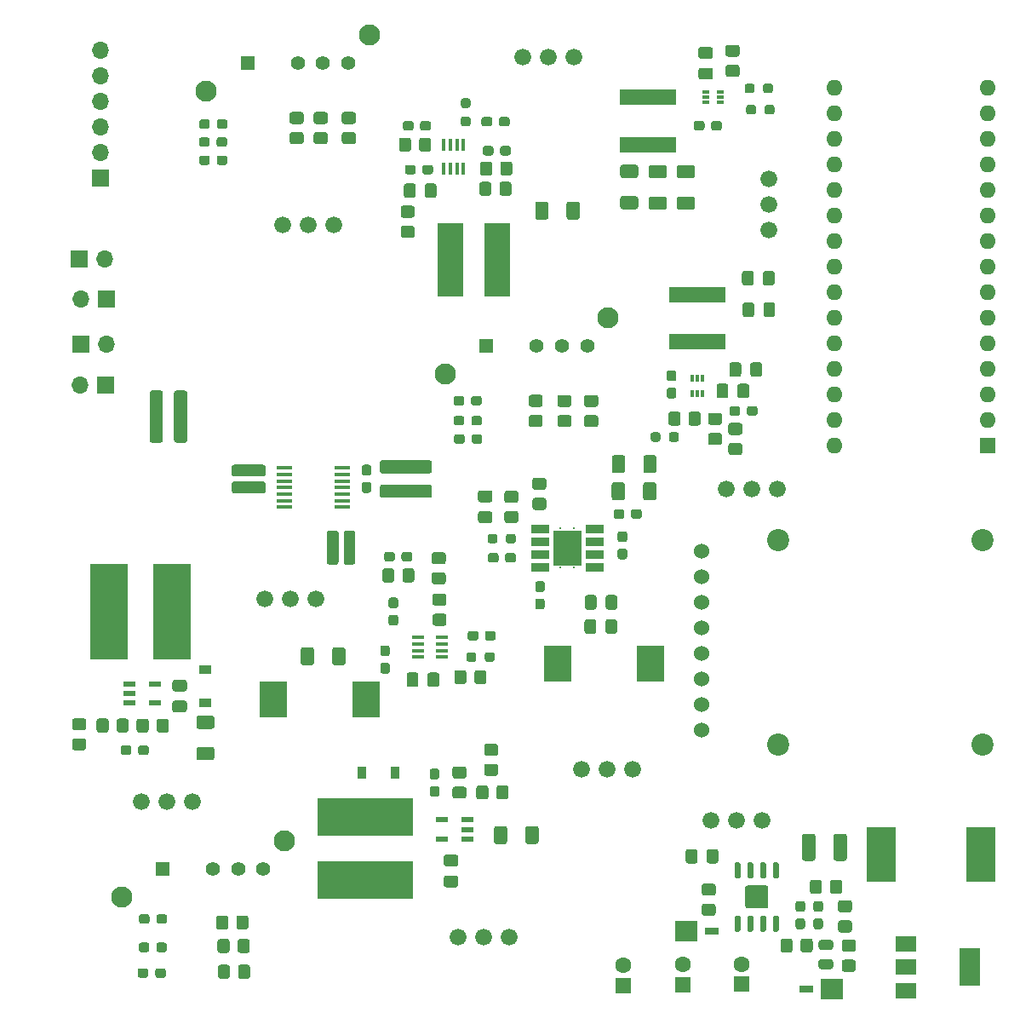
<source format=gbr>
%TF.GenerationSoftware,KiCad,Pcbnew,(5.1.8)-1*%
%TF.CreationDate,2021-05-10T11:21:08+03:00*%
%TF.ProjectId,PWR_SUB_SYS_PCB,5057525f-5355-4425-9f53-59535f504342,rev?*%
%TF.SameCoordinates,Original*%
%TF.FileFunction,Soldermask,Top*%
%TF.FilePolarity,Negative*%
%FSLAX46Y46*%
G04 Gerber Fmt 4.6, Leading zero omitted, Abs format (unit mm)*
G04 Created by KiCad (PCBNEW (5.1.8)-1) date 2021-05-10 11:21:08*
%MOMM*%
%LPD*%
G01*
G04 APERTURE LIST*
%ADD10C,0.010000*%
%ADD11R,1.600000X1.600000*%
%ADD12O,1.600000X1.600000*%
%ADD13O,1.700000X1.700000*%
%ADD14R,1.700000X1.700000*%
%ADD15R,1.200000X0.900000*%
%ADD16R,0.900000X1.200000*%
%ADD17R,2.800000X3.600000*%
%ADD18R,5.700000X1.600000*%
%ADD19R,3.750000X9.500000*%
%ADD20R,9.500000X3.750000*%
%ADD21C,1.676400*%
%ADD22C,2.100000*%
%ADD23C,1.408000*%
%ADD24R,1.408000X1.408000*%
%ADD25C,0.300000*%
%ADD26R,1.240000X0.460000*%
%ADD27R,1.570000X0.410000*%
%ADD28C,2.200000*%
%ADD29C,1.530000*%
%ADD30R,0.460000X1.240000*%
%ADD31R,0.660000X0.310000*%
%ADD32R,0.400000X0.700000*%
%ADD33R,1.210000X0.590000*%
%ADD34R,2.650000X7.300000*%
%ADD35C,1.600000*%
%ADD36R,1.380000X0.750000*%
%ADD37R,2.320000X2.030000*%
%ADD38R,2.900000X5.400000*%
%ADD39R,2.000000X3.800000*%
%ADD40R,2.000000X1.500000*%
G04 APERTURE END LIST*
D10*
%TO.C,U1*%
G36*
X192388901Y-111596901D02*
G01*
X190798901Y-111596901D01*
X190796284Y-111596832D01*
X190793675Y-111596627D01*
X190791079Y-111596285D01*
X190788505Y-111595808D01*
X190785960Y-111595197D01*
X190783450Y-111594454D01*
X190780983Y-111593580D01*
X190778564Y-111592578D01*
X190776201Y-111591451D01*
X190773901Y-111590202D01*
X190771669Y-111588835D01*
X190769512Y-111587352D01*
X190767435Y-111585758D01*
X190765444Y-111584058D01*
X190763546Y-111582256D01*
X190761744Y-111580358D01*
X190760044Y-111578367D01*
X190758450Y-111576290D01*
X190756967Y-111574133D01*
X190755600Y-111571901D01*
X190754351Y-111569601D01*
X190753224Y-111567238D01*
X190752222Y-111564819D01*
X190751348Y-111562352D01*
X190750605Y-111559842D01*
X190749994Y-111557297D01*
X190749517Y-111554723D01*
X190749175Y-111552127D01*
X190748970Y-111549518D01*
X190748901Y-111546901D01*
X190748901Y-110906901D01*
X190748970Y-110904284D01*
X190749175Y-110901675D01*
X190749517Y-110899079D01*
X190749994Y-110896505D01*
X190750605Y-110893960D01*
X190751348Y-110891450D01*
X190752222Y-110888983D01*
X190753224Y-110886564D01*
X190754351Y-110884201D01*
X190755600Y-110881901D01*
X190756967Y-110879669D01*
X190758450Y-110877512D01*
X190760044Y-110875435D01*
X190761744Y-110873444D01*
X190763546Y-110871546D01*
X190765444Y-110869744D01*
X190767435Y-110868044D01*
X190769512Y-110866450D01*
X190771669Y-110864967D01*
X190773901Y-110863600D01*
X190776201Y-110862351D01*
X190778564Y-110861224D01*
X190780983Y-110860222D01*
X190783450Y-110859348D01*
X190785960Y-110858605D01*
X190788505Y-110857994D01*
X190791079Y-110857517D01*
X190793675Y-110857175D01*
X190796284Y-110856970D01*
X190798901Y-110856901D01*
X192388901Y-110856901D01*
X192391518Y-110856970D01*
X192394127Y-110857175D01*
X192396723Y-110857517D01*
X192399297Y-110857994D01*
X192401842Y-110858605D01*
X192404352Y-110859348D01*
X192406819Y-110860222D01*
X192409238Y-110861224D01*
X192411601Y-110862351D01*
X192413901Y-110863600D01*
X192416133Y-110864967D01*
X192418290Y-110866450D01*
X192420367Y-110868044D01*
X192422358Y-110869744D01*
X192424256Y-110871546D01*
X192426058Y-110873444D01*
X192427758Y-110875435D01*
X192429352Y-110877512D01*
X192430835Y-110879669D01*
X192432202Y-110881901D01*
X192433451Y-110884201D01*
X192434578Y-110886564D01*
X192435580Y-110888983D01*
X192436454Y-110891450D01*
X192437197Y-110893960D01*
X192437808Y-110896505D01*
X192438285Y-110899079D01*
X192438627Y-110901675D01*
X192438832Y-110904284D01*
X192438901Y-110906901D01*
X192438901Y-111546901D01*
X192438832Y-111549518D01*
X192438627Y-111552127D01*
X192438285Y-111554723D01*
X192437808Y-111557297D01*
X192437197Y-111559842D01*
X192436454Y-111562352D01*
X192435580Y-111564819D01*
X192434578Y-111567238D01*
X192433451Y-111569601D01*
X192432202Y-111571901D01*
X192430835Y-111574133D01*
X192429352Y-111576290D01*
X192427758Y-111578367D01*
X192426058Y-111580358D01*
X192424256Y-111582256D01*
X192422358Y-111584058D01*
X192420367Y-111585758D01*
X192418290Y-111587352D01*
X192416133Y-111588835D01*
X192413901Y-111590202D01*
X192411601Y-111591451D01*
X192409238Y-111592578D01*
X192406819Y-111593580D01*
X192404352Y-111594454D01*
X192401842Y-111595197D01*
X192399297Y-111595808D01*
X192396723Y-111596285D01*
X192394127Y-111596627D01*
X192391518Y-111596832D01*
X192388901Y-111596901D01*
G37*
X192388901Y-111596901D02*
X190798901Y-111596901D01*
X190796284Y-111596832D01*
X190793675Y-111596627D01*
X190791079Y-111596285D01*
X190788505Y-111595808D01*
X190785960Y-111595197D01*
X190783450Y-111594454D01*
X190780983Y-111593580D01*
X190778564Y-111592578D01*
X190776201Y-111591451D01*
X190773901Y-111590202D01*
X190771669Y-111588835D01*
X190769512Y-111587352D01*
X190767435Y-111585758D01*
X190765444Y-111584058D01*
X190763546Y-111582256D01*
X190761744Y-111580358D01*
X190760044Y-111578367D01*
X190758450Y-111576290D01*
X190756967Y-111574133D01*
X190755600Y-111571901D01*
X190754351Y-111569601D01*
X190753224Y-111567238D01*
X190752222Y-111564819D01*
X190751348Y-111562352D01*
X190750605Y-111559842D01*
X190749994Y-111557297D01*
X190749517Y-111554723D01*
X190749175Y-111552127D01*
X190748970Y-111549518D01*
X190748901Y-111546901D01*
X190748901Y-110906901D01*
X190748970Y-110904284D01*
X190749175Y-110901675D01*
X190749517Y-110899079D01*
X190749994Y-110896505D01*
X190750605Y-110893960D01*
X190751348Y-110891450D01*
X190752222Y-110888983D01*
X190753224Y-110886564D01*
X190754351Y-110884201D01*
X190755600Y-110881901D01*
X190756967Y-110879669D01*
X190758450Y-110877512D01*
X190760044Y-110875435D01*
X190761744Y-110873444D01*
X190763546Y-110871546D01*
X190765444Y-110869744D01*
X190767435Y-110868044D01*
X190769512Y-110866450D01*
X190771669Y-110864967D01*
X190773901Y-110863600D01*
X190776201Y-110862351D01*
X190778564Y-110861224D01*
X190780983Y-110860222D01*
X190783450Y-110859348D01*
X190785960Y-110858605D01*
X190788505Y-110857994D01*
X190791079Y-110857517D01*
X190793675Y-110857175D01*
X190796284Y-110856970D01*
X190798901Y-110856901D01*
X192388901Y-110856901D01*
X192391518Y-110856970D01*
X192394127Y-110857175D01*
X192396723Y-110857517D01*
X192399297Y-110857994D01*
X192401842Y-110858605D01*
X192404352Y-110859348D01*
X192406819Y-110860222D01*
X192409238Y-110861224D01*
X192411601Y-110862351D01*
X192413901Y-110863600D01*
X192416133Y-110864967D01*
X192418290Y-110866450D01*
X192420367Y-110868044D01*
X192422358Y-110869744D01*
X192424256Y-110871546D01*
X192426058Y-110873444D01*
X192427758Y-110875435D01*
X192429352Y-110877512D01*
X192430835Y-110879669D01*
X192432202Y-110881901D01*
X192433451Y-110884201D01*
X192434578Y-110886564D01*
X192435580Y-110888983D01*
X192436454Y-110891450D01*
X192437197Y-110893960D01*
X192437808Y-110896505D01*
X192438285Y-110899079D01*
X192438627Y-110901675D01*
X192438832Y-110904284D01*
X192438901Y-110906901D01*
X192438901Y-111546901D01*
X192438832Y-111549518D01*
X192438627Y-111552127D01*
X192438285Y-111554723D01*
X192437808Y-111557297D01*
X192437197Y-111559842D01*
X192436454Y-111562352D01*
X192435580Y-111564819D01*
X192434578Y-111567238D01*
X192433451Y-111569601D01*
X192432202Y-111571901D01*
X192430835Y-111574133D01*
X192429352Y-111576290D01*
X192427758Y-111578367D01*
X192426058Y-111580358D01*
X192424256Y-111582256D01*
X192422358Y-111584058D01*
X192420367Y-111585758D01*
X192418290Y-111587352D01*
X192416133Y-111588835D01*
X192413901Y-111590202D01*
X192411601Y-111591451D01*
X192409238Y-111592578D01*
X192406819Y-111593580D01*
X192404352Y-111594454D01*
X192401842Y-111595197D01*
X192399297Y-111595808D01*
X192396723Y-111596285D01*
X192394127Y-111596627D01*
X192391518Y-111596832D01*
X192388901Y-111596901D01*
G36*
X192388901Y-110326901D02*
G01*
X190798901Y-110326901D01*
X190796284Y-110326832D01*
X190793675Y-110326627D01*
X190791079Y-110326285D01*
X190788505Y-110325808D01*
X190785960Y-110325197D01*
X190783450Y-110324454D01*
X190780983Y-110323580D01*
X190778564Y-110322578D01*
X190776201Y-110321451D01*
X190773901Y-110320202D01*
X190771669Y-110318835D01*
X190769512Y-110317352D01*
X190767435Y-110315758D01*
X190765444Y-110314058D01*
X190763546Y-110312256D01*
X190761744Y-110310358D01*
X190760044Y-110308367D01*
X190758450Y-110306290D01*
X190756967Y-110304133D01*
X190755600Y-110301901D01*
X190754351Y-110299601D01*
X190753224Y-110297238D01*
X190752222Y-110294819D01*
X190751348Y-110292352D01*
X190750605Y-110289842D01*
X190749994Y-110287297D01*
X190749517Y-110284723D01*
X190749175Y-110282127D01*
X190748970Y-110279518D01*
X190748901Y-110276901D01*
X190748901Y-109636901D01*
X190748970Y-109634284D01*
X190749175Y-109631675D01*
X190749517Y-109629079D01*
X190749994Y-109626505D01*
X190750605Y-109623960D01*
X190751348Y-109621450D01*
X190752222Y-109618983D01*
X190753224Y-109616564D01*
X190754351Y-109614201D01*
X190755600Y-109611901D01*
X190756967Y-109609669D01*
X190758450Y-109607512D01*
X190760044Y-109605435D01*
X190761744Y-109603444D01*
X190763546Y-109601546D01*
X190765444Y-109599744D01*
X190767435Y-109598044D01*
X190769512Y-109596450D01*
X190771669Y-109594967D01*
X190773901Y-109593600D01*
X190776201Y-109592351D01*
X190778564Y-109591224D01*
X190780983Y-109590222D01*
X190783450Y-109589348D01*
X190785960Y-109588605D01*
X190788505Y-109587994D01*
X190791079Y-109587517D01*
X190793675Y-109587175D01*
X190796284Y-109586970D01*
X190798901Y-109586901D01*
X192388901Y-109586901D01*
X192391518Y-109586970D01*
X192394127Y-109587175D01*
X192396723Y-109587517D01*
X192399297Y-109587994D01*
X192401842Y-109588605D01*
X192404352Y-109589348D01*
X192406819Y-109590222D01*
X192409238Y-109591224D01*
X192411601Y-109592351D01*
X192413901Y-109593600D01*
X192416133Y-109594967D01*
X192418290Y-109596450D01*
X192420367Y-109598044D01*
X192422358Y-109599744D01*
X192424256Y-109601546D01*
X192426058Y-109603444D01*
X192427758Y-109605435D01*
X192429352Y-109607512D01*
X192430835Y-109609669D01*
X192432202Y-109611901D01*
X192433451Y-109614201D01*
X192434578Y-109616564D01*
X192435580Y-109618983D01*
X192436454Y-109621450D01*
X192437197Y-109623960D01*
X192437808Y-109626505D01*
X192438285Y-109629079D01*
X192438627Y-109631675D01*
X192438832Y-109634284D01*
X192438901Y-109636901D01*
X192438901Y-110276901D01*
X192438832Y-110279518D01*
X192438627Y-110282127D01*
X192438285Y-110284723D01*
X192437808Y-110287297D01*
X192437197Y-110289842D01*
X192436454Y-110292352D01*
X192435580Y-110294819D01*
X192434578Y-110297238D01*
X192433451Y-110299601D01*
X192432202Y-110301901D01*
X192430835Y-110304133D01*
X192429352Y-110306290D01*
X192427758Y-110308367D01*
X192426058Y-110310358D01*
X192424256Y-110312256D01*
X192422358Y-110314058D01*
X192420367Y-110315758D01*
X192418290Y-110317352D01*
X192416133Y-110318835D01*
X192413901Y-110320202D01*
X192411601Y-110321451D01*
X192409238Y-110322578D01*
X192406819Y-110323580D01*
X192404352Y-110324454D01*
X192401842Y-110325197D01*
X192399297Y-110325808D01*
X192396723Y-110326285D01*
X192394127Y-110326627D01*
X192391518Y-110326832D01*
X192388901Y-110326901D01*
G37*
X192388901Y-110326901D02*
X190798901Y-110326901D01*
X190796284Y-110326832D01*
X190793675Y-110326627D01*
X190791079Y-110326285D01*
X190788505Y-110325808D01*
X190785960Y-110325197D01*
X190783450Y-110324454D01*
X190780983Y-110323580D01*
X190778564Y-110322578D01*
X190776201Y-110321451D01*
X190773901Y-110320202D01*
X190771669Y-110318835D01*
X190769512Y-110317352D01*
X190767435Y-110315758D01*
X190765444Y-110314058D01*
X190763546Y-110312256D01*
X190761744Y-110310358D01*
X190760044Y-110308367D01*
X190758450Y-110306290D01*
X190756967Y-110304133D01*
X190755600Y-110301901D01*
X190754351Y-110299601D01*
X190753224Y-110297238D01*
X190752222Y-110294819D01*
X190751348Y-110292352D01*
X190750605Y-110289842D01*
X190749994Y-110287297D01*
X190749517Y-110284723D01*
X190749175Y-110282127D01*
X190748970Y-110279518D01*
X190748901Y-110276901D01*
X190748901Y-109636901D01*
X190748970Y-109634284D01*
X190749175Y-109631675D01*
X190749517Y-109629079D01*
X190749994Y-109626505D01*
X190750605Y-109623960D01*
X190751348Y-109621450D01*
X190752222Y-109618983D01*
X190753224Y-109616564D01*
X190754351Y-109614201D01*
X190755600Y-109611901D01*
X190756967Y-109609669D01*
X190758450Y-109607512D01*
X190760044Y-109605435D01*
X190761744Y-109603444D01*
X190763546Y-109601546D01*
X190765444Y-109599744D01*
X190767435Y-109598044D01*
X190769512Y-109596450D01*
X190771669Y-109594967D01*
X190773901Y-109593600D01*
X190776201Y-109592351D01*
X190778564Y-109591224D01*
X190780983Y-109590222D01*
X190783450Y-109589348D01*
X190785960Y-109588605D01*
X190788505Y-109587994D01*
X190791079Y-109587517D01*
X190793675Y-109587175D01*
X190796284Y-109586970D01*
X190798901Y-109586901D01*
X192388901Y-109586901D01*
X192391518Y-109586970D01*
X192394127Y-109587175D01*
X192396723Y-109587517D01*
X192399297Y-109587994D01*
X192401842Y-109588605D01*
X192404352Y-109589348D01*
X192406819Y-109590222D01*
X192409238Y-109591224D01*
X192411601Y-109592351D01*
X192413901Y-109593600D01*
X192416133Y-109594967D01*
X192418290Y-109596450D01*
X192420367Y-109598044D01*
X192422358Y-109599744D01*
X192424256Y-109601546D01*
X192426058Y-109603444D01*
X192427758Y-109605435D01*
X192429352Y-109607512D01*
X192430835Y-109609669D01*
X192432202Y-109611901D01*
X192433451Y-109614201D01*
X192434578Y-109616564D01*
X192435580Y-109618983D01*
X192436454Y-109621450D01*
X192437197Y-109623960D01*
X192437808Y-109626505D01*
X192438285Y-109629079D01*
X192438627Y-109631675D01*
X192438832Y-109634284D01*
X192438901Y-109636901D01*
X192438901Y-110276901D01*
X192438832Y-110279518D01*
X192438627Y-110282127D01*
X192438285Y-110284723D01*
X192437808Y-110287297D01*
X192437197Y-110289842D01*
X192436454Y-110292352D01*
X192435580Y-110294819D01*
X192434578Y-110297238D01*
X192433451Y-110299601D01*
X192432202Y-110301901D01*
X192430835Y-110304133D01*
X192429352Y-110306290D01*
X192427758Y-110308367D01*
X192426058Y-110310358D01*
X192424256Y-110312256D01*
X192422358Y-110314058D01*
X192420367Y-110315758D01*
X192418290Y-110317352D01*
X192416133Y-110318835D01*
X192413901Y-110320202D01*
X192411601Y-110321451D01*
X192409238Y-110322578D01*
X192406819Y-110323580D01*
X192404352Y-110324454D01*
X192401842Y-110325197D01*
X192399297Y-110325808D01*
X192396723Y-110326285D01*
X192394127Y-110326627D01*
X192391518Y-110326832D01*
X192388901Y-110326901D01*
G36*
X192388901Y-109056901D02*
G01*
X190798901Y-109056901D01*
X190796284Y-109056832D01*
X190793675Y-109056627D01*
X190791079Y-109056285D01*
X190788505Y-109055808D01*
X190785960Y-109055197D01*
X190783450Y-109054454D01*
X190780983Y-109053580D01*
X190778564Y-109052578D01*
X190776201Y-109051451D01*
X190773901Y-109050202D01*
X190771669Y-109048835D01*
X190769512Y-109047352D01*
X190767435Y-109045758D01*
X190765444Y-109044058D01*
X190763546Y-109042256D01*
X190761744Y-109040358D01*
X190760044Y-109038367D01*
X190758450Y-109036290D01*
X190756967Y-109034133D01*
X190755600Y-109031901D01*
X190754351Y-109029601D01*
X190753224Y-109027238D01*
X190752222Y-109024819D01*
X190751348Y-109022352D01*
X190750605Y-109019842D01*
X190749994Y-109017297D01*
X190749517Y-109014723D01*
X190749175Y-109012127D01*
X190748970Y-109009518D01*
X190748901Y-109006901D01*
X190748901Y-108366901D01*
X190748970Y-108364284D01*
X190749175Y-108361675D01*
X190749517Y-108359079D01*
X190749994Y-108356505D01*
X190750605Y-108353960D01*
X190751348Y-108351450D01*
X190752222Y-108348983D01*
X190753224Y-108346564D01*
X190754351Y-108344201D01*
X190755600Y-108341901D01*
X190756967Y-108339669D01*
X190758450Y-108337512D01*
X190760044Y-108335435D01*
X190761744Y-108333444D01*
X190763546Y-108331546D01*
X190765444Y-108329744D01*
X190767435Y-108328044D01*
X190769512Y-108326450D01*
X190771669Y-108324967D01*
X190773901Y-108323600D01*
X190776201Y-108322351D01*
X190778564Y-108321224D01*
X190780983Y-108320222D01*
X190783450Y-108319348D01*
X190785960Y-108318605D01*
X190788505Y-108317994D01*
X190791079Y-108317517D01*
X190793675Y-108317175D01*
X190796284Y-108316970D01*
X190798901Y-108316901D01*
X192388901Y-108316901D01*
X192391518Y-108316970D01*
X192394127Y-108317175D01*
X192396723Y-108317517D01*
X192399297Y-108317994D01*
X192401842Y-108318605D01*
X192404352Y-108319348D01*
X192406819Y-108320222D01*
X192409238Y-108321224D01*
X192411601Y-108322351D01*
X192413901Y-108323600D01*
X192416133Y-108324967D01*
X192418290Y-108326450D01*
X192420367Y-108328044D01*
X192422358Y-108329744D01*
X192424256Y-108331546D01*
X192426058Y-108333444D01*
X192427758Y-108335435D01*
X192429352Y-108337512D01*
X192430835Y-108339669D01*
X192432202Y-108341901D01*
X192433451Y-108344201D01*
X192434578Y-108346564D01*
X192435580Y-108348983D01*
X192436454Y-108351450D01*
X192437197Y-108353960D01*
X192437808Y-108356505D01*
X192438285Y-108359079D01*
X192438627Y-108361675D01*
X192438832Y-108364284D01*
X192438901Y-108366901D01*
X192438901Y-109006901D01*
X192438832Y-109009518D01*
X192438627Y-109012127D01*
X192438285Y-109014723D01*
X192437808Y-109017297D01*
X192437197Y-109019842D01*
X192436454Y-109022352D01*
X192435580Y-109024819D01*
X192434578Y-109027238D01*
X192433451Y-109029601D01*
X192432202Y-109031901D01*
X192430835Y-109034133D01*
X192429352Y-109036290D01*
X192427758Y-109038367D01*
X192426058Y-109040358D01*
X192424256Y-109042256D01*
X192422358Y-109044058D01*
X192420367Y-109045758D01*
X192418290Y-109047352D01*
X192416133Y-109048835D01*
X192413901Y-109050202D01*
X192411601Y-109051451D01*
X192409238Y-109052578D01*
X192406819Y-109053580D01*
X192404352Y-109054454D01*
X192401842Y-109055197D01*
X192399297Y-109055808D01*
X192396723Y-109056285D01*
X192394127Y-109056627D01*
X192391518Y-109056832D01*
X192388901Y-109056901D01*
G37*
X192388901Y-109056901D02*
X190798901Y-109056901D01*
X190796284Y-109056832D01*
X190793675Y-109056627D01*
X190791079Y-109056285D01*
X190788505Y-109055808D01*
X190785960Y-109055197D01*
X190783450Y-109054454D01*
X190780983Y-109053580D01*
X190778564Y-109052578D01*
X190776201Y-109051451D01*
X190773901Y-109050202D01*
X190771669Y-109048835D01*
X190769512Y-109047352D01*
X190767435Y-109045758D01*
X190765444Y-109044058D01*
X190763546Y-109042256D01*
X190761744Y-109040358D01*
X190760044Y-109038367D01*
X190758450Y-109036290D01*
X190756967Y-109034133D01*
X190755600Y-109031901D01*
X190754351Y-109029601D01*
X190753224Y-109027238D01*
X190752222Y-109024819D01*
X190751348Y-109022352D01*
X190750605Y-109019842D01*
X190749994Y-109017297D01*
X190749517Y-109014723D01*
X190749175Y-109012127D01*
X190748970Y-109009518D01*
X190748901Y-109006901D01*
X190748901Y-108366901D01*
X190748970Y-108364284D01*
X190749175Y-108361675D01*
X190749517Y-108359079D01*
X190749994Y-108356505D01*
X190750605Y-108353960D01*
X190751348Y-108351450D01*
X190752222Y-108348983D01*
X190753224Y-108346564D01*
X190754351Y-108344201D01*
X190755600Y-108341901D01*
X190756967Y-108339669D01*
X190758450Y-108337512D01*
X190760044Y-108335435D01*
X190761744Y-108333444D01*
X190763546Y-108331546D01*
X190765444Y-108329744D01*
X190767435Y-108328044D01*
X190769512Y-108326450D01*
X190771669Y-108324967D01*
X190773901Y-108323600D01*
X190776201Y-108322351D01*
X190778564Y-108321224D01*
X190780983Y-108320222D01*
X190783450Y-108319348D01*
X190785960Y-108318605D01*
X190788505Y-108317994D01*
X190791079Y-108317517D01*
X190793675Y-108317175D01*
X190796284Y-108316970D01*
X190798901Y-108316901D01*
X192388901Y-108316901D01*
X192391518Y-108316970D01*
X192394127Y-108317175D01*
X192396723Y-108317517D01*
X192399297Y-108317994D01*
X192401842Y-108318605D01*
X192404352Y-108319348D01*
X192406819Y-108320222D01*
X192409238Y-108321224D01*
X192411601Y-108322351D01*
X192413901Y-108323600D01*
X192416133Y-108324967D01*
X192418290Y-108326450D01*
X192420367Y-108328044D01*
X192422358Y-108329744D01*
X192424256Y-108331546D01*
X192426058Y-108333444D01*
X192427758Y-108335435D01*
X192429352Y-108337512D01*
X192430835Y-108339669D01*
X192432202Y-108341901D01*
X192433451Y-108344201D01*
X192434578Y-108346564D01*
X192435580Y-108348983D01*
X192436454Y-108351450D01*
X192437197Y-108353960D01*
X192437808Y-108356505D01*
X192438285Y-108359079D01*
X192438627Y-108361675D01*
X192438832Y-108364284D01*
X192438901Y-108366901D01*
X192438901Y-109006901D01*
X192438832Y-109009518D01*
X192438627Y-109012127D01*
X192438285Y-109014723D01*
X192437808Y-109017297D01*
X192437197Y-109019842D01*
X192436454Y-109022352D01*
X192435580Y-109024819D01*
X192434578Y-109027238D01*
X192433451Y-109029601D01*
X192432202Y-109031901D01*
X192430835Y-109034133D01*
X192429352Y-109036290D01*
X192427758Y-109038367D01*
X192426058Y-109040358D01*
X192424256Y-109042256D01*
X192422358Y-109044058D01*
X192420367Y-109045758D01*
X192418290Y-109047352D01*
X192416133Y-109048835D01*
X192413901Y-109050202D01*
X192411601Y-109051451D01*
X192409238Y-109052578D01*
X192406819Y-109053580D01*
X192404352Y-109054454D01*
X192401842Y-109055197D01*
X192399297Y-109055808D01*
X192396723Y-109056285D01*
X192394127Y-109056627D01*
X192391518Y-109056832D01*
X192388901Y-109056901D01*
G36*
X192388901Y-107786901D02*
G01*
X190798901Y-107786901D01*
X190796284Y-107786832D01*
X190793675Y-107786627D01*
X190791079Y-107786285D01*
X190788505Y-107785808D01*
X190785960Y-107785197D01*
X190783450Y-107784454D01*
X190780983Y-107783580D01*
X190778564Y-107782578D01*
X190776201Y-107781451D01*
X190773901Y-107780202D01*
X190771669Y-107778835D01*
X190769512Y-107777352D01*
X190767435Y-107775758D01*
X190765444Y-107774058D01*
X190763546Y-107772256D01*
X190761744Y-107770358D01*
X190760044Y-107768367D01*
X190758450Y-107766290D01*
X190756967Y-107764133D01*
X190755600Y-107761901D01*
X190754351Y-107759601D01*
X190753224Y-107757238D01*
X190752222Y-107754819D01*
X190751348Y-107752352D01*
X190750605Y-107749842D01*
X190749994Y-107747297D01*
X190749517Y-107744723D01*
X190749175Y-107742127D01*
X190748970Y-107739518D01*
X190748901Y-107736901D01*
X190748901Y-107096901D01*
X190748970Y-107094284D01*
X190749175Y-107091675D01*
X190749517Y-107089079D01*
X190749994Y-107086505D01*
X190750605Y-107083960D01*
X190751348Y-107081450D01*
X190752222Y-107078983D01*
X190753224Y-107076564D01*
X190754351Y-107074201D01*
X190755600Y-107071901D01*
X190756967Y-107069669D01*
X190758450Y-107067512D01*
X190760044Y-107065435D01*
X190761744Y-107063444D01*
X190763546Y-107061546D01*
X190765444Y-107059744D01*
X190767435Y-107058044D01*
X190769512Y-107056450D01*
X190771669Y-107054967D01*
X190773901Y-107053600D01*
X190776201Y-107052351D01*
X190778564Y-107051224D01*
X190780983Y-107050222D01*
X190783450Y-107049348D01*
X190785960Y-107048605D01*
X190788505Y-107047994D01*
X190791079Y-107047517D01*
X190793675Y-107047175D01*
X190796284Y-107046970D01*
X190798901Y-107046901D01*
X192388901Y-107046901D01*
X192391518Y-107046970D01*
X192394127Y-107047175D01*
X192396723Y-107047517D01*
X192399297Y-107047994D01*
X192401842Y-107048605D01*
X192404352Y-107049348D01*
X192406819Y-107050222D01*
X192409238Y-107051224D01*
X192411601Y-107052351D01*
X192413901Y-107053600D01*
X192416133Y-107054967D01*
X192418290Y-107056450D01*
X192420367Y-107058044D01*
X192422358Y-107059744D01*
X192424256Y-107061546D01*
X192426058Y-107063444D01*
X192427758Y-107065435D01*
X192429352Y-107067512D01*
X192430835Y-107069669D01*
X192432202Y-107071901D01*
X192433451Y-107074201D01*
X192434578Y-107076564D01*
X192435580Y-107078983D01*
X192436454Y-107081450D01*
X192437197Y-107083960D01*
X192437808Y-107086505D01*
X192438285Y-107089079D01*
X192438627Y-107091675D01*
X192438832Y-107094284D01*
X192438901Y-107096901D01*
X192438901Y-107736901D01*
X192438832Y-107739518D01*
X192438627Y-107742127D01*
X192438285Y-107744723D01*
X192437808Y-107747297D01*
X192437197Y-107749842D01*
X192436454Y-107752352D01*
X192435580Y-107754819D01*
X192434578Y-107757238D01*
X192433451Y-107759601D01*
X192432202Y-107761901D01*
X192430835Y-107764133D01*
X192429352Y-107766290D01*
X192427758Y-107768367D01*
X192426058Y-107770358D01*
X192424256Y-107772256D01*
X192422358Y-107774058D01*
X192420367Y-107775758D01*
X192418290Y-107777352D01*
X192416133Y-107778835D01*
X192413901Y-107780202D01*
X192411601Y-107781451D01*
X192409238Y-107782578D01*
X192406819Y-107783580D01*
X192404352Y-107784454D01*
X192401842Y-107785197D01*
X192399297Y-107785808D01*
X192396723Y-107786285D01*
X192394127Y-107786627D01*
X192391518Y-107786832D01*
X192388901Y-107786901D01*
G37*
X192388901Y-107786901D02*
X190798901Y-107786901D01*
X190796284Y-107786832D01*
X190793675Y-107786627D01*
X190791079Y-107786285D01*
X190788505Y-107785808D01*
X190785960Y-107785197D01*
X190783450Y-107784454D01*
X190780983Y-107783580D01*
X190778564Y-107782578D01*
X190776201Y-107781451D01*
X190773901Y-107780202D01*
X190771669Y-107778835D01*
X190769512Y-107777352D01*
X190767435Y-107775758D01*
X190765444Y-107774058D01*
X190763546Y-107772256D01*
X190761744Y-107770358D01*
X190760044Y-107768367D01*
X190758450Y-107766290D01*
X190756967Y-107764133D01*
X190755600Y-107761901D01*
X190754351Y-107759601D01*
X190753224Y-107757238D01*
X190752222Y-107754819D01*
X190751348Y-107752352D01*
X190750605Y-107749842D01*
X190749994Y-107747297D01*
X190749517Y-107744723D01*
X190749175Y-107742127D01*
X190748970Y-107739518D01*
X190748901Y-107736901D01*
X190748901Y-107096901D01*
X190748970Y-107094284D01*
X190749175Y-107091675D01*
X190749517Y-107089079D01*
X190749994Y-107086505D01*
X190750605Y-107083960D01*
X190751348Y-107081450D01*
X190752222Y-107078983D01*
X190753224Y-107076564D01*
X190754351Y-107074201D01*
X190755600Y-107071901D01*
X190756967Y-107069669D01*
X190758450Y-107067512D01*
X190760044Y-107065435D01*
X190761744Y-107063444D01*
X190763546Y-107061546D01*
X190765444Y-107059744D01*
X190767435Y-107058044D01*
X190769512Y-107056450D01*
X190771669Y-107054967D01*
X190773901Y-107053600D01*
X190776201Y-107052351D01*
X190778564Y-107051224D01*
X190780983Y-107050222D01*
X190783450Y-107049348D01*
X190785960Y-107048605D01*
X190788505Y-107047994D01*
X190791079Y-107047517D01*
X190793675Y-107047175D01*
X190796284Y-107046970D01*
X190798901Y-107046901D01*
X192388901Y-107046901D01*
X192391518Y-107046970D01*
X192394127Y-107047175D01*
X192396723Y-107047517D01*
X192399297Y-107047994D01*
X192401842Y-107048605D01*
X192404352Y-107049348D01*
X192406819Y-107050222D01*
X192409238Y-107051224D01*
X192411601Y-107052351D01*
X192413901Y-107053600D01*
X192416133Y-107054967D01*
X192418290Y-107056450D01*
X192420367Y-107058044D01*
X192422358Y-107059744D01*
X192424256Y-107061546D01*
X192426058Y-107063444D01*
X192427758Y-107065435D01*
X192429352Y-107067512D01*
X192430835Y-107069669D01*
X192432202Y-107071901D01*
X192433451Y-107074201D01*
X192434578Y-107076564D01*
X192435580Y-107078983D01*
X192436454Y-107081450D01*
X192437197Y-107083960D01*
X192437808Y-107086505D01*
X192438285Y-107089079D01*
X192438627Y-107091675D01*
X192438832Y-107094284D01*
X192438901Y-107096901D01*
X192438901Y-107736901D01*
X192438832Y-107739518D01*
X192438627Y-107742127D01*
X192438285Y-107744723D01*
X192437808Y-107747297D01*
X192437197Y-107749842D01*
X192436454Y-107752352D01*
X192435580Y-107754819D01*
X192434578Y-107757238D01*
X192433451Y-107759601D01*
X192432202Y-107761901D01*
X192430835Y-107764133D01*
X192429352Y-107766290D01*
X192427758Y-107768367D01*
X192426058Y-107770358D01*
X192424256Y-107772256D01*
X192422358Y-107774058D01*
X192420367Y-107775758D01*
X192418290Y-107777352D01*
X192416133Y-107778835D01*
X192413901Y-107780202D01*
X192411601Y-107781451D01*
X192409238Y-107782578D01*
X192406819Y-107783580D01*
X192404352Y-107784454D01*
X192401842Y-107785197D01*
X192399297Y-107785808D01*
X192396723Y-107786285D01*
X192394127Y-107786627D01*
X192391518Y-107786832D01*
X192388901Y-107786901D01*
G36*
X186988901Y-111596901D02*
G01*
X185398901Y-111596901D01*
X185396284Y-111596832D01*
X185393675Y-111596627D01*
X185391079Y-111596285D01*
X185388505Y-111595808D01*
X185385960Y-111595197D01*
X185383450Y-111594454D01*
X185380983Y-111593580D01*
X185378564Y-111592578D01*
X185376201Y-111591451D01*
X185373901Y-111590202D01*
X185371669Y-111588835D01*
X185369512Y-111587352D01*
X185367435Y-111585758D01*
X185365444Y-111584058D01*
X185363546Y-111582256D01*
X185361744Y-111580358D01*
X185360044Y-111578367D01*
X185358450Y-111576290D01*
X185356967Y-111574133D01*
X185355600Y-111571901D01*
X185354351Y-111569601D01*
X185353224Y-111567238D01*
X185352222Y-111564819D01*
X185351348Y-111562352D01*
X185350605Y-111559842D01*
X185349994Y-111557297D01*
X185349517Y-111554723D01*
X185349175Y-111552127D01*
X185348970Y-111549518D01*
X185348901Y-111546901D01*
X185348901Y-110906901D01*
X185348970Y-110904284D01*
X185349175Y-110901675D01*
X185349517Y-110899079D01*
X185349994Y-110896505D01*
X185350605Y-110893960D01*
X185351348Y-110891450D01*
X185352222Y-110888983D01*
X185353224Y-110886564D01*
X185354351Y-110884201D01*
X185355600Y-110881901D01*
X185356967Y-110879669D01*
X185358450Y-110877512D01*
X185360044Y-110875435D01*
X185361744Y-110873444D01*
X185363546Y-110871546D01*
X185365444Y-110869744D01*
X185367435Y-110868044D01*
X185369512Y-110866450D01*
X185371669Y-110864967D01*
X185373901Y-110863600D01*
X185376201Y-110862351D01*
X185378564Y-110861224D01*
X185380983Y-110860222D01*
X185383450Y-110859348D01*
X185385960Y-110858605D01*
X185388505Y-110857994D01*
X185391079Y-110857517D01*
X185393675Y-110857175D01*
X185396284Y-110856970D01*
X185398901Y-110856901D01*
X186988901Y-110856901D01*
X186991518Y-110856970D01*
X186994127Y-110857175D01*
X186996723Y-110857517D01*
X186999297Y-110857994D01*
X187001842Y-110858605D01*
X187004352Y-110859348D01*
X187006819Y-110860222D01*
X187009238Y-110861224D01*
X187011601Y-110862351D01*
X187013901Y-110863600D01*
X187016133Y-110864967D01*
X187018290Y-110866450D01*
X187020367Y-110868044D01*
X187022358Y-110869744D01*
X187024256Y-110871546D01*
X187026058Y-110873444D01*
X187027758Y-110875435D01*
X187029352Y-110877512D01*
X187030835Y-110879669D01*
X187032202Y-110881901D01*
X187033451Y-110884201D01*
X187034578Y-110886564D01*
X187035580Y-110888983D01*
X187036454Y-110891450D01*
X187037197Y-110893960D01*
X187037808Y-110896505D01*
X187038285Y-110899079D01*
X187038627Y-110901675D01*
X187038832Y-110904284D01*
X187038901Y-110906901D01*
X187038901Y-111546901D01*
X187038832Y-111549518D01*
X187038627Y-111552127D01*
X187038285Y-111554723D01*
X187037808Y-111557297D01*
X187037197Y-111559842D01*
X187036454Y-111562352D01*
X187035580Y-111564819D01*
X187034578Y-111567238D01*
X187033451Y-111569601D01*
X187032202Y-111571901D01*
X187030835Y-111574133D01*
X187029352Y-111576290D01*
X187027758Y-111578367D01*
X187026058Y-111580358D01*
X187024256Y-111582256D01*
X187022358Y-111584058D01*
X187020367Y-111585758D01*
X187018290Y-111587352D01*
X187016133Y-111588835D01*
X187013901Y-111590202D01*
X187011601Y-111591451D01*
X187009238Y-111592578D01*
X187006819Y-111593580D01*
X187004352Y-111594454D01*
X187001842Y-111595197D01*
X186999297Y-111595808D01*
X186996723Y-111596285D01*
X186994127Y-111596627D01*
X186991518Y-111596832D01*
X186988901Y-111596901D01*
G37*
X186988901Y-111596901D02*
X185398901Y-111596901D01*
X185396284Y-111596832D01*
X185393675Y-111596627D01*
X185391079Y-111596285D01*
X185388505Y-111595808D01*
X185385960Y-111595197D01*
X185383450Y-111594454D01*
X185380983Y-111593580D01*
X185378564Y-111592578D01*
X185376201Y-111591451D01*
X185373901Y-111590202D01*
X185371669Y-111588835D01*
X185369512Y-111587352D01*
X185367435Y-111585758D01*
X185365444Y-111584058D01*
X185363546Y-111582256D01*
X185361744Y-111580358D01*
X185360044Y-111578367D01*
X185358450Y-111576290D01*
X185356967Y-111574133D01*
X185355600Y-111571901D01*
X185354351Y-111569601D01*
X185353224Y-111567238D01*
X185352222Y-111564819D01*
X185351348Y-111562352D01*
X185350605Y-111559842D01*
X185349994Y-111557297D01*
X185349517Y-111554723D01*
X185349175Y-111552127D01*
X185348970Y-111549518D01*
X185348901Y-111546901D01*
X185348901Y-110906901D01*
X185348970Y-110904284D01*
X185349175Y-110901675D01*
X185349517Y-110899079D01*
X185349994Y-110896505D01*
X185350605Y-110893960D01*
X185351348Y-110891450D01*
X185352222Y-110888983D01*
X185353224Y-110886564D01*
X185354351Y-110884201D01*
X185355600Y-110881901D01*
X185356967Y-110879669D01*
X185358450Y-110877512D01*
X185360044Y-110875435D01*
X185361744Y-110873444D01*
X185363546Y-110871546D01*
X185365444Y-110869744D01*
X185367435Y-110868044D01*
X185369512Y-110866450D01*
X185371669Y-110864967D01*
X185373901Y-110863600D01*
X185376201Y-110862351D01*
X185378564Y-110861224D01*
X185380983Y-110860222D01*
X185383450Y-110859348D01*
X185385960Y-110858605D01*
X185388505Y-110857994D01*
X185391079Y-110857517D01*
X185393675Y-110857175D01*
X185396284Y-110856970D01*
X185398901Y-110856901D01*
X186988901Y-110856901D01*
X186991518Y-110856970D01*
X186994127Y-110857175D01*
X186996723Y-110857517D01*
X186999297Y-110857994D01*
X187001842Y-110858605D01*
X187004352Y-110859348D01*
X187006819Y-110860222D01*
X187009238Y-110861224D01*
X187011601Y-110862351D01*
X187013901Y-110863600D01*
X187016133Y-110864967D01*
X187018290Y-110866450D01*
X187020367Y-110868044D01*
X187022358Y-110869744D01*
X187024256Y-110871546D01*
X187026058Y-110873444D01*
X187027758Y-110875435D01*
X187029352Y-110877512D01*
X187030835Y-110879669D01*
X187032202Y-110881901D01*
X187033451Y-110884201D01*
X187034578Y-110886564D01*
X187035580Y-110888983D01*
X187036454Y-110891450D01*
X187037197Y-110893960D01*
X187037808Y-110896505D01*
X187038285Y-110899079D01*
X187038627Y-110901675D01*
X187038832Y-110904284D01*
X187038901Y-110906901D01*
X187038901Y-111546901D01*
X187038832Y-111549518D01*
X187038627Y-111552127D01*
X187038285Y-111554723D01*
X187037808Y-111557297D01*
X187037197Y-111559842D01*
X187036454Y-111562352D01*
X187035580Y-111564819D01*
X187034578Y-111567238D01*
X187033451Y-111569601D01*
X187032202Y-111571901D01*
X187030835Y-111574133D01*
X187029352Y-111576290D01*
X187027758Y-111578367D01*
X187026058Y-111580358D01*
X187024256Y-111582256D01*
X187022358Y-111584058D01*
X187020367Y-111585758D01*
X187018290Y-111587352D01*
X187016133Y-111588835D01*
X187013901Y-111590202D01*
X187011601Y-111591451D01*
X187009238Y-111592578D01*
X187006819Y-111593580D01*
X187004352Y-111594454D01*
X187001842Y-111595197D01*
X186999297Y-111595808D01*
X186996723Y-111596285D01*
X186994127Y-111596627D01*
X186991518Y-111596832D01*
X186988901Y-111596901D01*
G36*
X186988901Y-110326901D02*
G01*
X185398901Y-110326901D01*
X185396284Y-110326832D01*
X185393675Y-110326627D01*
X185391079Y-110326285D01*
X185388505Y-110325808D01*
X185385960Y-110325197D01*
X185383450Y-110324454D01*
X185380983Y-110323580D01*
X185378564Y-110322578D01*
X185376201Y-110321451D01*
X185373901Y-110320202D01*
X185371669Y-110318835D01*
X185369512Y-110317352D01*
X185367435Y-110315758D01*
X185365444Y-110314058D01*
X185363546Y-110312256D01*
X185361744Y-110310358D01*
X185360044Y-110308367D01*
X185358450Y-110306290D01*
X185356967Y-110304133D01*
X185355600Y-110301901D01*
X185354351Y-110299601D01*
X185353224Y-110297238D01*
X185352222Y-110294819D01*
X185351348Y-110292352D01*
X185350605Y-110289842D01*
X185349994Y-110287297D01*
X185349517Y-110284723D01*
X185349175Y-110282127D01*
X185348970Y-110279518D01*
X185348901Y-110276901D01*
X185348901Y-109636901D01*
X185348970Y-109634284D01*
X185349175Y-109631675D01*
X185349517Y-109629079D01*
X185349994Y-109626505D01*
X185350605Y-109623960D01*
X185351348Y-109621450D01*
X185352222Y-109618983D01*
X185353224Y-109616564D01*
X185354351Y-109614201D01*
X185355600Y-109611901D01*
X185356967Y-109609669D01*
X185358450Y-109607512D01*
X185360044Y-109605435D01*
X185361744Y-109603444D01*
X185363546Y-109601546D01*
X185365444Y-109599744D01*
X185367435Y-109598044D01*
X185369512Y-109596450D01*
X185371669Y-109594967D01*
X185373901Y-109593600D01*
X185376201Y-109592351D01*
X185378564Y-109591224D01*
X185380983Y-109590222D01*
X185383450Y-109589348D01*
X185385960Y-109588605D01*
X185388505Y-109587994D01*
X185391079Y-109587517D01*
X185393675Y-109587175D01*
X185396284Y-109586970D01*
X185398901Y-109586901D01*
X186988901Y-109586901D01*
X186991518Y-109586970D01*
X186994127Y-109587175D01*
X186996723Y-109587517D01*
X186999297Y-109587994D01*
X187001842Y-109588605D01*
X187004352Y-109589348D01*
X187006819Y-109590222D01*
X187009238Y-109591224D01*
X187011601Y-109592351D01*
X187013901Y-109593600D01*
X187016133Y-109594967D01*
X187018290Y-109596450D01*
X187020367Y-109598044D01*
X187022358Y-109599744D01*
X187024256Y-109601546D01*
X187026058Y-109603444D01*
X187027758Y-109605435D01*
X187029352Y-109607512D01*
X187030835Y-109609669D01*
X187032202Y-109611901D01*
X187033451Y-109614201D01*
X187034578Y-109616564D01*
X187035580Y-109618983D01*
X187036454Y-109621450D01*
X187037197Y-109623960D01*
X187037808Y-109626505D01*
X187038285Y-109629079D01*
X187038627Y-109631675D01*
X187038832Y-109634284D01*
X187038901Y-109636901D01*
X187038901Y-110276901D01*
X187038832Y-110279518D01*
X187038627Y-110282127D01*
X187038285Y-110284723D01*
X187037808Y-110287297D01*
X187037197Y-110289842D01*
X187036454Y-110292352D01*
X187035580Y-110294819D01*
X187034578Y-110297238D01*
X187033451Y-110299601D01*
X187032202Y-110301901D01*
X187030835Y-110304133D01*
X187029352Y-110306290D01*
X187027758Y-110308367D01*
X187026058Y-110310358D01*
X187024256Y-110312256D01*
X187022358Y-110314058D01*
X187020367Y-110315758D01*
X187018290Y-110317352D01*
X187016133Y-110318835D01*
X187013901Y-110320202D01*
X187011601Y-110321451D01*
X187009238Y-110322578D01*
X187006819Y-110323580D01*
X187004352Y-110324454D01*
X187001842Y-110325197D01*
X186999297Y-110325808D01*
X186996723Y-110326285D01*
X186994127Y-110326627D01*
X186991518Y-110326832D01*
X186988901Y-110326901D01*
G37*
X186988901Y-110326901D02*
X185398901Y-110326901D01*
X185396284Y-110326832D01*
X185393675Y-110326627D01*
X185391079Y-110326285D01*
X185388505Y-110325808D01*
X185385960Y-110325197D01*
X185383450Y-110324454D01*
X185380983Y-110323580D01*
X185378564Y-110322578D01*
X185376201Y-110321451D01*
X185373901Y-110320202D01*
X185371669Y-110318835D01*
X185369512Y-110317352D01*
X185367435Y-110315758D01*
X185365444Y-110314058D01*
X185363546Y-110312256D01*
X185361744Y-110310358D01*
X185360044Y-110308367D01*
X185358450Y-110306290D01*
X185356967Y-110304133D01*
X185355600Y-110301901D01*
X185354351Y-110299601D01*
X185353224Y-110297238D01*
X185352222Y-110294819D01*
X185351348Y-110292352D01*
X185350605Y-110289842D01*
X185349994Y-110287297D01*
X185349517Y-110284723D01*
X185349175Y-110282127D01*
X185348970Y-110279518D01*
X185348901Y-110276901D01*
X185348901Y-109636901D01*
X185348970Y-109634284D01*
X185349175Y-109631675D01*
X185349517Y-109629079D01*
X185349994Y-109626505D01*
X185350605Y-109623960D01*
X185351348Y-109621450D01*
X185352222Y-109618983D01*
X185353224Y-109616564D01*
X185354351Y-109614201D01*
X185355600Y-109611901D01*
X185356967Y-109609669D01*
X185358450Y-109607512D01*
X185360044Y-109605435D01*
X185361744Y-109603444D01*
X185363546Y-109601546D01*
X185365444Y-109599744D01*
X185367435Y-109598044D01*
X185369512Y-109596450D01*
X185371669Y-109594967D01*
X185373901Y-109593600D01*
X185376201Y-109592351D01*
X185378564Y-109591224D01*
X185380983Y-109590222D01*
X185383450Y-109589348D01*
X185385960Y-109588605D01*
X185388505Y-109587994D01*
X185391079Y-109587517D01*
X185393675Y-109587175D01*
X185396284Y-109586970D01*
X185398901Y-109586901D01*
X186988901Y-109586901D01*
X186991518Y-109586970D01*
X186994127Y-109587175D01*
X186996723Y-109587517D01*
X186999297Y-109587994D01*
X187001842Y-109588605D01*
X187004352Y-109589348D01*
X187006819Y-109590222D01*
X187009238Y-109591224D01*
X187011601Y-109592351D01*
X187013901Y-109593600D01*
X187016133Y-109594967D01*
X187018290Y-109596450D01*
X187020367Y-109598044D01*
X187022358Y-109599744D01*
X187024256Y-109601546D01*
X187026058Y-109603444D01*
X187027758Y-109605435D01*
X187029352Y-109607512D01*
X187030835Y-109609669D01*
X187032202Y-109611901D01*
X187033451Y-109614201D01*
X187034578Y-109616564D01*
X187035580Y-109618983D01*
X187036454Y-109621450D01*
X187037197Y-109623960D01*
X187037808Y-109626505D01*
X187038285Y-109629079D01*
X187038627Y-109631675D01*
X187038832Y-109634284D01*
X187038901Y-109636901D01*
X187038901Y-110276901D01*
X187038832Y-110279518D01*
X187038627Y-110282127D01*
X187038285Y-110284723D01*
X187037808Y-110287297D01*
X187037197Y-110289842D01*
X187036454Y-110292352D01*
X187035580Y-110294819D01*
X187034578Y-110297238D01*
X187033451Y-110299601D01*
X187032202Y-110301901D01*
X187030835Y-110304133D01*
X187029352Y-110306290D01*
X187027758Y-110308367D01*
X187026058Y-110310358D01*
X187024256Y-110312256D01*
X187022358Y-110314058D01*
X187020367Y-110315758D01*
X187018290Y-110317352D01*
X187016133Y-110318835D01*
X187013901Y-110320202D01*
X187011601Y-110321451D01*
X187009238Y-110322578D01*
X187006819Y-110323580D01*
X187004352Y-110324454D01*
X187001842Y-110325197D01*
X186999297Y-110325808D01*
X186996723Y-110326285D01*
X186994127Y-110326627D01*
X186991518Y-110326832D01*
X186988901Y-110326901D01*
G36*
X186988901Y-109056901D02*
G01*
X185398901Y-109056901D01*
X185396284Y-109056832D01*
X185393675Y-109056627D01*
X185391079Y-109056285D01*
X185388505Y-109055808D01*
X185385960Y-109055197D01*
X185383450Y-109054454D01*
X185380983Y-109053580D01*
X185378564Y-109052578D01*
X185376201Y-109051451D01*
X185373901Y-109050202D01*
X185371669Y-109048835D01*
X185369512Y-109047352D01*
X185367435Y-109045758D01*
X185365444Y-109044058D01*
X185363546Y-109042256D01*
X185361744Y-109040358D01*
X185360044Y-109038367D01*
X185358450Y-109036290D01*
X185356967Y-109034133D01*
X185355600Y-109031901D01*
X185354351Y-109029601D01*
X185353224Y-109027238D01*
X185352222Y-109024819D01*
X185351348Y-109022352D01*
X185350605Y-109019842D01*
X185349994Y-109017297D01*
X185349517Y-109014723D01*
X185349175Y-109012127D01*
X185348970Y-109009518D01*
X185348901Y-109006901D01*
X185348901Y-108366901D01*
X185348970Y-108364284D01*
X185349175Y-108361675D01*
X185349517Y-108359079D01*
X185349994Y-108356505D01*
X185350605Y-108353960D01*
X185351348Y-108351450D01*
X185352222Y-108348983D01*
X185353224Y-108346564D01*
X185354351Y-108344201D01*
X185355600Y-108341901D01*
X185356967Y-108339669D01*
X185358450Y-108337512D01*
X185360044Y-108335435D01*
X185361744Y-108333444D01*
X185363546Y-108331546D01*
X185365444Y-108329744D01*
X185367435Y-108328044D01*
X185369512Y-108326450D01*
X185371669Y-108324967D01*
X185373901Y-108323600D01*
X185376201Y-108322351D01*
X185378564Y-108321224D01*
X185380983Y-108320222D01*
X185383450Y-108319348D01*
X185385960Y-108318605D01*
X185388505Y-108317994D01*
X185391079Y-108317517D01*
X185393675Y-108317175D01*
X185396284Y-108316970D01*
X185398901Y-108316901D01*
X186988901Y-108316901D01*
X186991518Y-108316970D01*
X186994127Y-108317175D01*
X186996723Y-108317517D01*
X186999297Y-108317994D01*
X187001842Y-108318605D01*
X187004352Y-108319348D01*
X187006819Y-108320222D01*
X187009238Y-108321224D01*
X187011601Y-108322351D01*
X187013901Y-108323600D01*
X187016133Y-108324967D01*
X187018290Y-108326450D01*
X187020367Y-108328044D01*
X187022358Y-108329744D01*
X187024256Y-108331546D01*
X187026058Y-108333444D01*
X187027758Y-108335435D01*
X187029352Y-108337512D01*
X187030835Y-108339669D01*
X187032202Y-108341901D01*
X187033451Y-108344201D01*
X187034578Y-108346564D01*
X187035580Y-108348983D01*
X187036454Y-108351450D01*
X187037197Y-108353960D01*
X187037808Y-108356505D01*
X187038285Y-108359079D01*
X187038627Y-108361675D01*
X187038832Y-108364284D01*
X187038901Y-108366901D01*
X187038901Y-109006901D01*
X187038832Y-109009518D01*
X187038627Y-109012127D01*
X187038285Y-109014723D01*
X187037808Y-109017297D01*
X187037197Y-109019842D01*
X187036454Y-109022352D01*
X187035580Y-109024819D01*
X187034578Y-109027238D01*
X187033451Y-109029601D01*
X187032202Y-109031901D01*
X187030835Y-109034133D01*
X187029352Y-109036290D01*
X187027758Y-109038367D01*
X187026058Y-109040358D01*
X187024256Y-109042256D01*
X187022358Y-109044058D01*
X187020367Y-109045758D01*
X187018290Y-109047352D01*
X187016133Y-109048835D01*
X187013901Y-109050202D01*
X187011601Y-109051451D01*
X187009238Y-109052578D01*
X187006819Y-109053580D01*
X187004352Y-109054454D01*
X187001842Y-109055197D01*
X186999297Y-109055808D01*
X186996723Y-109056285D01*
X186994127Y-109056627D01*
X186991518Y-109056832D01*
X186988901Y-109056901D01*
G37*
X186988901Y-109056901D02*
X185398901Y-109056901D01*
X185396284Y-109056832D01*
X185393675Y-109056627D01*
X185391079Y-109056285D01*
X185388505Y-109055808D01*
X185385960Y-109055197D01*
X185383450Y-109054454D01*
X185380983Y-109053580D01*
X185378564Y-109052578D01*
X185376201Y-109051451D01*
X185373901Y-109050202D01*
X185371669Y-109048835D01*
X185369512Y-109047352D01*
X185367435Y-109045758D01*
X185365444Y-109044058D01*
X185363546Y-109042256D01*
X185361744Y-109040358D01*
X185360044Y-109038367D01*
X185358450Y-109036290D01*
X185356967Y-109034133D01*
X185355600Y-109031901D01*
X185354351Y-109029601D01*
X185353224Y-109027238D01*
X185352222Y-109024819D01*
X185351348Y-109022352D01*
X185350605Y-109019842D01*
X185349994Y-109017297D01*
X185349517Y-109014723D01*
X185349175Y-109012127D01*
X185348970Y-109009518D01*
X185348901Y-109006901D01*
X185348901Y-108366901D01*
X185348970Y-108364284D01*
X185349175Y-108361675D01*
X185349517Y-108359079D01*
X185349994Y-108356505D01*
X185350605Y-108353960D01*
X185351348Y-108351450D01*
X185352222Y-108348983D01*
X185353224Y-108346564D01*
X185354351Y-108344201D01*
X185355600Y-108341901D01*
X185356967Y-108339669D01*
X185358450Y-108337512D01*
X185360044Y-108335435D01*
X185361744Y-108333444D01*
X185363546Y-108331546D01*
X185365444Y-108329744D01*
X185367435Y-108328044D01*
X185369512Y-108326450D01*
X185371669Y-108324967D01*
X185373901Y-108323600D01*
X185376201Y-108322351D01*
X185378564Y-108321224D01*
X185380983Y-108320222D01*
X185383450Y-108319348D01*
X185385960Y-108318605D01*
X185388505Y-108317994D01*
X185391079Y-108317517D01*
X185393675Y-108317175D01*
X185396284Y-108316970D01*
X185398901Y-108316901D01*
X186988901Y-108316901D01*
X186991518Y-108316970D01*
X186994127Y-108317175D01*
X186996723Y-108317517D01*
X186999297Y-108317994D01*
X187001842Y-108318605D01*
X187004352Y-108319348D01*
X187006819Y-108320222D01*
X187009238Y-108321224D01*
X187011601Y-108322351D01*
X187013901Y-108323600D01*
X187016133Y-108324967D01*
X187018290Y-108326450D01*
X187020367Y-108328044D01*
X187022358Y-108329744D01*
X187024256Y-108331546D01*
X187026058Y-108333444D01*
X187027758Y-108335435D01*
X187029352Y-108337512D01*
X187030835Y-108339669D01*
X187032202Y-108341901D01*
X187033451Y-108344201D01*
X187034578Y-108346564D01*
X187035580Y-108348983D01*
X187036454Y-108351450D01*
X187037197Y-108353960D01*
X187037808Y-108356505D01*
X187038285Y-108359079D01*
X187038627Y-108361675D01*
X187038832Y-108364284D01*
X187038901Y-108366901D01*
X187038901Y-109006901D01*
X187038832Y-109009518D01*
X187038627Y-109012127D01*
X187038285Y-109014723D01*
X187037808Y-109017297D01*
X187037197Y-109019842D01*
X187036454Y-109022352D01*
X187035580Y-109024819D01*
X187034578Y-109027238D01*
X187033451Y-109029601D01*
X187032202Y-109031901D01*
X187030835Y-109034133D01*
X187029352Y-109036290D01*
X187027758Y-109038367D01*
X187026058Y-109040358D01*
X187024256Y-109042256D01*
X187022358Y-109044058D01*
X187020367Y-109045758D01*
X187018290Y-109047352D01*
X187016133Y-109048835D01*
X187013901Y-109050202D01*
X187011601Y-109051451D01*
X187009238Y-109052578D01*
X187006819Y-109053580D01*
X187004352Y-109054454D01*
X187001842Y-109055197D01*
X186999297Y-109055808D01*
X186996723Y-109056285D01*
X186994127Y-109056627D01*
X186991518Y-109056832D01*
X186988901Y-109056901D01*
G36*
X186988901Y-107786901D02*
G01*
X185398901Y-107786901D01*
X185396284Y-107786832D01*
X185393675Y-107786627D01*
X185391079Y-107786285D01*
X185388505Y-107785808D01*
X185385960Y-107785197D01*
X185383450Y-107784454D01*
X185380983Y-107783580D01*
X185378564Y-107782578D01*
X185376201Y-107781451D01*
X185373901Y-107780202D01*
X185371669Y-107778835D01*
X185369512Y-107777352D01*
X185367435Y-107775758D01*
X185365444Y-107774058D01*
X185363546Y-107772256D01*
X185361744Y-107770358D01*
X185360044Y-107768367D01*
X185358450Y-107766290D01*
X185356967Y-107764133D01*
X185355600Y-107761901D01*
X185354351Y-107759601D01*
X185353224Y-107757238D01*
X185352222Y-107754819D01*
X185351348Y-107752352D01*
X185350605Y-107749842D01*
X185349994Y-107747297D01*
X185349517Y-107744723D01*
X185349175Y-107742127D01*
X185348970Y-107739518D01*
X185348901Y-107736901D01*
X185348901Y-107096901D01*
X185348970Y-107094284D01*
X185349175Y-107091675D01*
X185349517Y-107089079D01*
X185349994Y-107086505D01*
X185350605Y-107083960D01*
X185351348Y-107081450D01*
X185352222Y-107078983D01*
X185353224Y-107076564D01*
X185354351Y-107074201D01*
X185355600Y-107071901D01*
X185356967Y-107069669D01*
X185358450Y-107067512D01*
X185360044Y-107065435D01*
X185361744Y-107063444D01*
X185363546Y-107061546D01*
X185365444Y-107059744D01*
X185367435Y-107058044D01*
X185369512Y-107056450D01*
X185371669Y-107054967D01*
X185373901Y-107053600D01*
X185376201Y-107052351D01*
X185378564Y-107051224D01*
X185380983Y-107050222D01*
X185383450Y-107049348D01*
X185385960Y-107048605D01*
X185388505Y-107047994D01*
X185391079Y-107047517D01*
X185393675Y-107047175D01*
X185396284Y-107046970D01*
X185398901Y-107046901D01*
X186988901Y-107046901D01*
X186991518Y-107046970D01*
X186994127Y-107047175D01*
X186996723Y-107047517D01*
X186999297Y-107047994D01*
X187001842Y-107048605D01*
X187004352Y-107049348D01*
X187006819Y-107050222D01*
X187009238Y-107051224D01*
X187011601Y-107052351D01*
X187013901Y-107053600D01*
X187016133Y-107054967D01*
X187018290Y-107056450D01*
X187020367Y-107058044D01*
X187022358Y-107059744D01*
X187024256Y-107061546D01*
X187026058Y-107063444D01*
X187027758Y-107065435D01*
X187029352Y-107067512D01*
X187030835Y-107069669D01*
X187032202Y-107071901D01*
X187033451Y-107074201D01*
X187034578Y-107076564D01*
X187035580Y-107078983D01*
X187036454Y-107081450D01*
X187037197Y-107083960D01*
X187037808Y-107086505D01*
X187038285Y-107089079D01*
X187038627Y-107091675D01*
X187038832Y-107094284D01*
X187038901Y-107096901D01*
X187038901Y-107736901D01*
X187038832Y-107739518D01*
X187038627Y-107742127D01*
X187038285Y-107744723D01*
X187037808Y-107747297D01*
X187037197Y-107749842D01*
X187036454Y-107752352D01*
X187035580Y-107754819D01*
X187034578Y-107757238D01*
X187033451Y-107759601D01*
X187032202Y-107761901D01*
X187030835Y-107764133D01*
X187029352Y-107766290D01*
X187027758Y-107768367D01*
X187026058Y-107770358D01*
X187024256Y-107772256D01*
X187022358Y-107774058D01*
X187020367Y-107775758D01*
X187018290Y-107777352D01*
X187016133Y-107778835D01*
X187013901Y-107780202D01*
X187011601Y-107781451D01*
X187009238Y-107782578D01*
X187006819Y-107783580D01*
X187004352Y-107784454D01*
X187001842Y-107785197D01*
X186999297Y-107785808D01*
X186996723Y-107786285D01*
X186994127Y-107786627D01*
X186991518Y-107786832D01*
X186988901Y-107786901D01*
G37*
X186988901Y-107786901D02*
X185398901Y-107786901D01*
X185396284Y-107786832D01*
X185393675Y-107786627D01*
X185391079Y-107786285D01*
X185388505Y-107785808D01*
X185385960Y-107785197D01*
X185383450Y-107784454D01*
X185380983Y-107783580D01*
X185378564Y-107782578D01*
X185376201Y-107781451D01*
X185373901Y-107780202D01*
X185371669Y-107778835D01*
X185369512Y-107777352D01*
X185367435Y-107775758D01*
X185365444Y-107774058D01*
X185363546Y-107772256D01*
X185361744Y-107770358D01*
X185360044Y-107768367D01*
X185358450Y-107766290D01*
X185356967Y-107764133D01*
X185355600Y-107761901D01*
X185354351Y-107759601D01*
X185353224Y-107757238D01*
X185352222Y-107754819D01*
X185351348Y-107752352D01*
X185350605Y-107749842D01*
X185349994Y-107747297D01*
X185349517Y-107744723D01*
X185349175Y-107742127D01*
X185348970Y-107739518D01*
X185348901Y-107736901D01*
X185348901Y-107096901D01*
X185348970Y-107094284D01*
X185349175Y-107091675D01*
X185349517Y-107089079D01*
X185349994Y-107086505D01*
X185350605Y-107083960D01*
X185351348Y-107081450D01*
X185352222Y-107078983D01*
X185353224Y-107076564D01*
X185354351Y-107074201D01*
X185355600Y-107071901D01*
X185356967Y-107069669D01*
X185358450Y-107067512D01*
X185360044Y-107065435D01*
X185361744Y-107063444D01*
X185363546Y-107061546D01*
X185365444Y-107059744D01*
X185367435Y-107058044D01*
X185369512Y-107056450D01*
X185371669Y-107054967D01*
X185373901Y-107053600D01*
X185376201Y-107052351D01*
X185378564Y-107051224D01*
X185380983Y-107050222D01*
X185383450Y-107049348D01*
X185385960Y-107048605D01*
X185388505Y-107047994D01*
X185391079Y-107047517D01*
X185393675Y-107047175D01*
X185396284Y-107046970D01*
X185398901Y-107046901D01*
X186988901Y-107046901D01*
X186991518Y-107046970D01*
X186994127Y-107047175D01*
X186996723Y-107047517D01*
X186999297Y-107047994D01*
X187001842Y-107048605D01*
X187004352Y-107049348D01*
X187006819Y-107050222D01*
X187009238Y-107051224D01*
X187011601Y-107052351D01*
X187013901Y-107053600D01*
X187016133Y-107054967D01*
X187018290Y-107056450D01*
X187020367Y-107058044D01*
X187022358Y-107059744D01*
X187024256Y-107061546D01*
X187026058Y-107063444D01*
X187027758Y-107065435D01*
X187029352Y-107067512D01*
X187030835Y-107069669D01*
X187032202Y-107071901D01*
X187033451Y-107074201D01*
X187034578Y-107076564D01*
X187035580Y-107078983D01*
X187036454Y-107081450D01*
X187037197Y-107083960D01*
X187037808Y-107086505D01*
X187038285Y-107089079D01*
X187038627Y-107091675D01*
X187038832Y-107094284D01*
X187038901Y-107096901D01*
X187038901Y-107736901D01*
X187038832Y-107739518D01*
X187038627Y-107742127D01*
X187038285Y-107744723D01*
X187037808Y-107747297D01*
X187037197Y-107749842D01*
X187036454Y-107752352D01*
X187035580Y-107754819D01*
X187034578Y-107757238D01*
X187033451Y-107759601D01*
X187032202Y-107761901D01*
X187030835Y-107764133D01*
X187029352Y-107766290D01*
X187027758Y-107768367D01*
X187026058Y-107770358D01*
X187024256Y-107772256D01*
X187022358Y-107774058D01*
X187020367Y-107775758D01*
X187018290Y-107777352D01*
X187016133Y-107778835D01*
X187013901Y-107780202D01*
X187011601Y-107781451D01*
X187009238Y-107782578D01*
X187006819Y-107783580D01*
X187004352Y-107784454D01*
X187001842Y-107785197D01*
X186999297Y-107785808D01*
X186996723Y-107786285D01*
X186994127Y-107786627D01*
X186991518Y-107786832D01*
X186988901Y-107786901D01*
G36*
X187538901Y-107621901D02*
G01*
X190248901Y-107621901D01*
X190248901Y-111021901D01*
X187538901Y-111021901D01*
X187538901Y-107621901D01*
G37*
X187538901Y-107621901D02*
X190248901Y-107621901D01*
X190248901Y-111021901D01*
X187538901Y-111021901D01*
X187538901Y-107621901D01*
%TD*%
%TO.C,R48*%
G36*
G01*
X151138100Y-93928699D02*
X151138100Y-98628701D01*
G75*
G02*
X150888101Y-98878700I-249999J0D01*
G01*
X150063099Y-98878700D01*
G75*
G02*
X149813100Y-98628701I0J249999D01*
G01*
X149813100Y-93928699D01*
G75*
G02*
X150063099Y-93678700I249999J0D01*
G01*
X150888101Y-93678700D01*
G75*
G02*
X151138100Y-93928699I0J-249999D01*
G01*
G37*
G36*
G01*
X148713100Y-93928699D02*
X148713100Y-98628701D01*
G75*
G02*
X148463101Y-98878700I-249999J0D01*
G01*
X147638099Y-98878700D01*
G75*
G02*
X147388100Y-98628701I0J249999D01*
G01*
X147388100Y-93928699D01*
G75*
G02*
X147638099Y-93678700I249999J0D01*
G01*
X148463101Y-93678700D01*
G75*
G02*
X148713100Y-93928699I0J-249999D01*
G01*
G37*
%TD*%
D11*
%TO.C,A1*%
X230695500Y-99110800D03*
D12*
X215455500Y-66090800D03*
X230695500Y-96570800D03*
X215455500Y-68630800D03*
X230695500Y-94030800D03*
X215455500Y-71170800D03*
X230695500Y-91490800D03*
X215455500Y-73710800D03*
X230695500Y-88950800D03*
X215455500Y-76250800D03*
X230695500Y-86410800D03*
X215455500Y-78790800D03*
X230695500Y-83870800D03*
X215455500Y-81330800D03*
X230695500Y-81330800D03*
X215455500Y-83870800D03*
X230695500Y-78790800D03*
X215455500Y-86410800D03*
X230695500Y-76250800D03*
X215455500Y-88950800D03*
X230695500Y-73710800D03*
X215455500Y-91490800D03*
X230695500Y-71170800D03*
X215455500Y-94030800D03*
X230695500Y-68630800D03*
X215455500Y-96570800D03*
X230695500Y-66090800D03*
X215455500Y-99110800D03*
X230695500Y-63550800D03*
X215455500Y-63550800D03*
%TD*%
D13*
%TO.C,BT1*%
X142925800Y-80606900D03*
D14*
X140385800Y-80606900D03*
%TD*%
D13*
%TO.C,BT2*%
X140525500Y-84607400D03*
D14*
X143065500Y-84607400D03*
%TD*%
%TO.C,BT3*%
X140512800Y-89090500D03*
D13*
X143052800Y-89090500D03*
%TD*%
D14*
%TO.C,BT4*%
X143040100Y-93179900D03*
D13*
X140500100Y-93179900D03*
%TD*%
%TO.C,C1*%
G36*
G01*
X195249800Y-106191000D02*
X195249800Y-105716000D01*
G75*
G02*
X195487300Y-105478500I237500J0D01*
G01*
X196087300Y-105478500D01*
G75*
G02*
X196324800Y-105716000I0J-237500D01*
G01*
X196324800Y-106191000D01*
G75*
G02*
X196087300Y-106428500I-237500J0D01*
G01*
X195487300Y-106428500D01*
G75*
G02*
X195249800Y-106191000I0J237500D01*
G01*
G37*
G36*
G01*
X193524800Y-106191000D02*
X193524800Y-105716000D01*
G75*
G02*
X193762300Y-105478500I237500J0D01*
G01*
X194362300Y-105478500D01*
G75*
G02*
X194599800Y-105716000I0J-237500D01*
G01*
X194599800Y-106191000D01*
G75*
G02*
X194362300Y-106428500I-237500J0D01*
G01*
X193762300Y-106428500D01*
G75*
G02*
X193524800Y-106191000I0J237500D01*
G01*
G37*
%TD*%
%TO.C,C2*%
G36*
G01*
X183817500Y-110059400D02*
X183817500Y-110534400D01*
G75*
G02*
X183580000Y-110771900I-237500J0D01*
G01*
X182980000Y-110771900D01*
G75*
G02*
X182742500Y-110534400I0J237500D01*
G01*
X182742500Y-110059400D01*
G75*
G02*
X182980000Y-109821900I237500J0D01*
G01*
X183580000Y-109821900D01*
G75*
G02*
X183817500Y-110059400I0J-237500D01*
G01*
G37*
G36*
G01*
X182092500Y-110059400D02*
X182092500Y-110534400D01*
G75*
G02*
X181855000Y-110771900I-237500J0D01*
G01*
X181255000Y-110771900D01*
G75*
G02*
X181017500Y-110534400I0J237500D01*
G01*
X181017500Y-110059400D01*
G75*
G02*
X181255000Y-109821900I237500J0D01*
G01*
X181855000Y-109821900D01*
G75*
G02*
X182092500Y-110059400I0J-237500D01*
G01*
G37*
%TD*%
%TO.C,C3*%
G36*
G01*
X185963500Y-114354600D02*
X186438500Y-114354600D01*
G75*
G02*
X186676000Y-114592100I0J-237500D01*
G01*
X186676000Y-115192100D01*
G75*
G02*
X186438500Y-115429600I-237500J0D01*
G01*
X185963500Y-115429600D01*
G75*
G02*
X185726000Y-115192100I0J237500D01*
G01*
X185726000Y-114592100D01*
G75*
G02*
X185963500Y-114354600I237500J0D01*
G01*
G37*
G36*
G01*
X185963500Y-112629600D02*
X186438500Y-112629600D01*
G75*
G02*
X186676000Y-112867100I0J-237500D01*
G01*
X186676000Y-113467100D01*
G75*
G02*
X186438500Y-113704600I-237500J0D01*
G01*
X185963500Y-113704600D01*
G75*
G02*
X185726000Y-113467100I0J237500D01*
G01*
X185726000Y-112867100D01*
G75*
G02*
X185963500Y-112629600I237500J0D01*
G01*
G37*
%TD*%
%TO.C,C4*%
G36*
G01*
X194637500Y-110462500D02*
X194162500Y-110462500D01*
G75*
G02*
X193925000Y-110225000I0J237500D01*
G01*
X193925000Y-109625000D01*
G75*
G02*
X194162500Y-109387500I237500J0D01*
G01*
X194637500Y-109387500D01*
G75*
G02*
X194875000Y-109625000I0J-237500D01*
G01*
X194875000Y-110225000D01*
G75*
G02*
X194637500Y-110462500I-237500J0D01*
G01*
G37*
G36*
G01*
X194637500Y-108737500D02*
X194162500Y-108737500D01*
G75*
G02*
X193925000Y-108500000I0J237500D01*
G01*
X193925000Y-107900000D01*
G75*
G02*
X194162500Y-107662500I237500J0D01*
G01*
X194637500Y-107662500D01*
G75*
G02*
X194875000Y-107900000I0J-237500D01*
G01*
X194875000Y-108500000D01*
G75*
G02*
X194637500Y-108737500I-237500J0D01*
G01*
G37*
%TD*%
%TO.C,C5*%
G36*
G01*
X191831400Y-114259000D02*
X191831400Y-115209000D01*
G75*
G02*
X191581400Y-115459000I-250000J0D01*
G01*
X190906400Y-115459000D01*
G75*
G02*
X190656400Y-115209000I0J250000D01*
G01*
X190656400Y-114259000D01*
G75*
G02*
X190906400Y-114009000I250000J0D01*
G01*
X191581400Y-114009000D01*
G75*
G02*
X191831400Y-114259000I0J-250000D01*
G01*
G37*
G36*
G01*
X193906400Y-114259000D02*
X193906400Y-115209000D01*
G75*
G02*
X193656400Y-115459000I-250000J0D01*
G01*
X192981400Y-115459000D01*
G75*
G02*
X192731400Y-115209000I0J250000D01*
G01*
X192731400Y-114259000D01*
G75*
G02*
X192981400Y-114009000I250000J0D01*
G01*
X193656400Y-114009000D01*
G75*
G02*
X193906400Y-114259000I0J-250000D01*
G01*
G37*
%TD*%
%TO.C,C6*%
G36*
G01*
X172940500Y-122898100D02*
X172940500Y-121948100D01*
G75*
G02*
X173190500Y-121698100I250000J0D01*
G01*
X173865500Y-121698100D01*
G75*
G02*
X174115500Y-121948100I0J-250000D01*
G01*
X174115500Y-122898100D01*
G75*
G02*
X173865500Y-123148100I-250000J0D01*
G01*
X173190500Y-123148100D01*
G75*
G02*
X172940500Y-122898100I0J250000D01*
G01*
G37*
G36*
G01*
X175015500Y-122898100D02*
X175015500Y-121948100D01*
G75*
G02*
X175265500Y-121698100I250000J0D01*
G01*
X175940500Y-121698100D01*
G75*
G02*
X176190500Y-121948100I0J-250000D01*
G01*
X176190500Y-122898100D01*
G75*
G02*
X175940500Y-123148100I-250000J0D01*
G01*
X175265500Y-123148100D01*
G75*
G02*
X175015500Y-122898100I0J250000D01*
G01*
G37*
%TD*%
%TO.C,C7*%
G36*
G01*
X169185600Y-102127000D02*
X168710600Y-102127000D01*
G75*
G02*
X168473100Y-101889500I0J237500D01*
G01*
X168473100Y-101289500D01*
G75*
G02*
X168710600Y-101052000I237500J0D01*
G01*
X169185600Y-101052000D01*
G75*
G02*
X169423100Y-101289500I0J-237500D01*
G01*
X169423100Y-101889500D01*
G75*
G02*
X169185600Y-102127000I-237500J0D01*
G01*
G37*
G36*
G01*
X169185600Y-103852000D02*
X168710600Y-103852000D01*
G75*
G02*
X168473100Y-103614500I0J237500D01*
G01*
X168473100Y-103014500D01*
G75*
G02*
X168710600Y-102777000I237500J0D01*
G01*
X169185600Y-102777000D01*
G75*
G02*
X169423100Y-103014500I0J-237500D01*
G01*
X169423100Y-103614500D01*
G75*
G02*
X169185600Y-103852000I-237500J0D01*
G01*
G37*
%TD*%
%TO.C,C8*%
G36*
G01*
X181235500Y-106855500D02*
X180285500Y-106855500D01*
G75*
G02*
X180035500Y-106605500I0J250000D01*
G01*
X180035500Y-105930500D01*
G75*
G02*
X180285500Y-105680500I250000J0D01*
G01*
X181235500Y-105680500D01*
G75*
G02*
X181485500Y-105930500I0J-250000D01*
G01*
X181485500Y-106605500D01*
G75*
G02*
X181235500Y-106855500I-250000J0D01*
G01*
G37*
G36*
G01*
X181235500Y-104780500D02*
X180285500Y-104780500D01*
G75*
G02*
X180035500Y-104530500I0J250000D01*
G01*
X180035500Y-103855500D01*
G75*
G02*
X180285500Y-103605500I250000J0D01*
G01*
X181235500Y-103605500D01*
G75*
G02*
X181485500Y-103855500I0J-250000D01*
G01*
X181485500Y-104530500D01*
G75*
G02*
X181235500Y-104780500I-250000J0D01*
G01*
G37*
%TD*%
%TO.C,C9*%
G36*
G01*
X191806000Y-116659300D02*
X191806000Y-117609300D01*
G75*
G02*
X191556000Y-117859300I-250000J0D01*
G01*
X190881000Y-117859300D01*
G75*
G02*
X190631000Y-117609300I0J250000D01*
G01*
X190631000Y-116659300D01*
G75*
G02*
X190881000Y-116409300I250000J0D01*
G01*
X191556000Y-116409300D01*
G75*
G02*
X191806000Y-116659300I0J-250000D01*
G01*
G37*
G36*
G01*
X193881000Y-116659300D02*
X193881000Y-117609300D01*
G75*
G02*
X193631000Y-117859300I-250000J0D01*
G01*
X192956000Y-117859300D01*
G75*
G02*
X192706000Y-117609300I0J250000D01*
G01*
X192706000Y-116659300D01*
G75*
G02*
X192956000Y-116409300I250000J0D01*
G01*
X193631000Y-116409300D01*
G75*
G02*
X193881000Y-116659300I0J-250000D01*
G01*
G37*
%TD*%
%TO.C,C10*%
G36*
G01*
X193349000Y-101650501D02*
X193349000Y-100350499D01*
G75*
G02*
X193598999Y-100100500I249999J0D01*
G01*
X194424001Y-100100500D01*
G75*
G02*
X194674000Y-100350499I0J-249999D01*
G01*
X194674000Y-101650501D01*
G75*
G02*
X194424001Y-101900500I-249999J0D01*
G01*
X193598999Y-101900500D01*
G75*
G02*
X193349000Y-101650501I0J249999D01*
G01*
G37*
G36*
G01*
X196474000Y-101650501D02*
X196474000Y-100350499D01*
G75*
G02*
X196723999Y-100100500I249999J0D01*
G01*
X197549001Y-100100500D01*
G75*
G02*
X197799000Y-100350499I0J-249999D01*
G01*
X197799000Y-101650501D01*
G75*
G02*
X197549001Y-101900500I-249999J0D01*
G01*
X196723999Y-101900500D01*
G75*
G02*
X196474000Y-101650501I0J249999D01*
G01*
G37*
%TD*%
%TO.C,C11*%
G36*
G01*
X193336300Y-104342901D02*
X193336300Y-103042899D01*
G75*
G02*
X193586299Y-102792900I249999J0D01*
G01*
X194411301Y-102792900D01*
G75*
G02*
X194661300Y-103042899I0J-249999D01*
G01*
X194661300Y-104342901D01*
G75*
G02*
X194411301Y-104592900I-249999J0D01*
G01*
X193586299Y-104592900D01*
G75*
G02*
X193336300Y-104342901I0J249999D01*
G01*
G37*
G36*
G01*
X196461300Y-104342901D02*
X196461300Y-103042899D01*
G75*
G02*
X196711299Y-102792900I249999J0D01*
G01*
X197536301Y-102792900D01*
G75*
G02*
X197786300Y-103042899I0J-249999D01*
G01*
X197786300Y-104342901D01*
G75*
G02*
X197536301Y-104592900I-249999J0D01*
G01*
X196711299Y-104592900D01*
G75*
G02*
X196461300Y-104342901I0J249999D01*
G01*
G37*
%TD*%
%TO.C,C12*%
G36*
G01*
X179011400Y-118291800D02*
X179011400Y-117816800D01*
G75*
G02*
X179248900Y-117579300I237500J0D01*
G01*
X179848900Y-117579300D01*
G75*
G02*
X180086400Y-117816800I0J-237500D01*
G01*
X180086400Y-118291800D01*
G75*
G02*
X179848900Y-118529300I-237500J0D01*
G01*
X179248900Y-118529300D01*
G75*
G02*
X179011400Y-118291800I0J237500D01*
G01*
G37*
G36*
G01*
X180736400Y-118291800D02*
X180736400Y-117816800D01*
G75*
G02*
X180973900Y-117579300I237500J0D01*
G01*
X181573900Y-117579300D01*
G75*
G02*
X181811400Y-117816800I0J-237500D01*
G01*
X181811400Y-118291800D01*
G75*
G02*
X181573900Y-118529300I-237500J0D01*
G01*
X180973900Y-118529300D01*
G75*
G02*
X180736400Y-118291800I0J237500D01*
G01*
G37*
%TD*%
%TO.C,C13*%
G36*
G01*
X171860500Y-117055100D02*
X171385500Y-117055100D01*
G75*
G02*
X171148000Y-116817600I0J237500D01*
G01*
X171148000Y-116217600D01*
G75*
G02*
X171385500Y-115980100I237500J0D01*
G01*
X171860500Y-115980100D01*
G75*
G02*
X172098000Y-116217600I0J-237500D01*
G01*
X172098000Y-116817600D01*
G75*
G02*
X171860500Y-117055100I-237500J0D01*
G01*
G37*
G36*
G01*
X171860500Y-115330100D02*
X171385500Y-115330100D01*
G75*
G02*
X171148000Y-115092600I0J237500D01*
G01*
X171148000Y-114492600D01*
G75*
G02*
X171385500Y-114255100I237500J0D01*
G01*
X171860500Y-114255100D01*
G75*
G02*
X172098000Y-114492600I0J-237500D01*
G01*
X172098000Y-115092600D01*
G75*
G02*
X171860500Y-115330100I-237500J0D01*
G01*
G37*
%TD*%
%TO.C,C14*%
G36*
G01*
X171037500Y-120088200D02*
X170562500Y-120088200D01*
G75*
G02*
X170325000Y-119850700I0J237500D01*
G01*
X170325000Y-119250700D01*
G75*
G02*
X170562500Y-119013200I237500J0D01*
G01*
X171037500Y-119013200D01*
G75*
G02*
X171275000Y-119250700I0J-237500D01*
G01*
X171275000Y-119850700D01*
G75*
G02*
X171037500Y-120088200I-237500J0D01*
G01*
G37*
G36*
G01*
X171037500Y-121813200D02*
X170562500Y-121813200D01*
G75*
G02*
X170325000Y-121575700I0J237500D01*
G01*
X170325000Y-120975700D01*
G75*
G02*
X170562500Y-120738200I237500J0D01*
G01*
X171037500Y-120738200D01*
G75*
G02*
X171275000Y-120975700I0J-237500D01*
G01*
X171275000Y-121575700D01*
G75*
G02*
X171037500Y-121813200I-237500J0D01*
G01*
G37*
%TD*%
%TO.C,C15*%
G36*
G01*
X165537500Y-120750001D02*
X165537500Y-119449999D01*
G75*
G02*
X165787499Y-119200000I249999J0D01*
G01*
X166612501Y-119200000D01*
G75*
G02*
X166862500Y-119449999I0J-249999D01*
G01*
X166862500Y-120750001D01*
G75*
G02*
X166612501Y-121000000I-249999J0D01*
G01*
X165787499Y-121000000D01*
G75*
G02*
X165537500Y-120750001I0J249999D01*
G01*
G37*
G36*
G01*
X162412500Y-120750001D02*
X162412500Y-119449999D01*
G75*
G02*
X162662499Y-119200000I249999J0D01*
G01*
X163487501Y-119200000D01*
G75*
G02*
X163737500Y-119449999I0J-249999D01*
G01*
X163737500Y-120750001D01*
G75*
G02*
X163487501Y-121000000I-249999J0D01*
G01*
X162662499Y-121000000D01*
G75*
G02*
X162412500Y-120750001I0J249999D01*
G01*
G37*
%TD*%
%TO.C,C16*%
G36*
G01*
X172425000Y-110437500D02*
X172425000Y-109962500D01*
G75*
G02*
X172662500Y-109725000I237500J0D01*
G01*
X173262500Y-109725000D01*
G75*
G02*
X173500000Y-109962500I0J-237500D01*
G01*
X173500000Y-110437500D01*
G75*
G02*
X173262500Y-110675000I-237500J0D01*
G01*
X172662500Y-110675000D01*
G75*
G02*
X172425000Y-110437500I0J237500D01*
G01*
G37*
G36*
G01*
X170700000Y-110437500D02*
X170700000Y-109962500D01*
G75*
G02*
X170937500Y-109725000I237500J0D01*
G01*
X171537500Y-109725000D01*
G75*
G02*
X171775000Y-109962500I0J-237500D01*
G01*
X171775000Y-110437500D01*
G75*
G02*
X171537500Y-110675000I-237500J0D01*
G01*
X170937500Y-110675000D01*
G75*
G02*
X170700000Y-110437500I0J237500D01*
G01*
G37*
%TD*%
%TO.C,C21*%
G36*
G01*
X173848700Y-73350100D02*
X173848700Y-74300100D01*
G75*
G02*
X173598700Y-74550100I-250000J0D01*
G01*
X172923700Y-74550100D01*
G75*
G02*
X172673700Y-74300100I0J250000D01*
G01*
X172673700Y-73350100D01*
G75*
G02*
X172923700Y-73100100I250000J0D01*
G01*
X173598700Y-73100100D01*
G75*
G02*
X173848700Y-73350100I0J-250000D01*
G01*
G37*
G36*
G01*
X175923700Y-73350100D02*
X175923700Y-74300100D01*
G75*
G02*
X175673700Y-74550100I-250000J0D01*
G01*
X174998700Y-74550100D01*
G75*
G02*
X174748700Y-74300100I0J250000D01*
G01*
X174748700Y-73350100D01*
G75*
G02*
X174998700Y-73100100I250000J0D01*
G01*
X175673700Y-73100100D01*
G75*
G02*
X175923700Y-73350100I0J-250000D01*
G01*
G37*
%TD*%
%TO.C,C22*%
G36*
G01*
X173640700Y-67136000D02*
X173640700Y-67611000D01*
G75*
G02*
X173403200Y-67848500I-237500J0D01*
G01*
X172803200Y-67848500D01*
G75*
G02*
X172565700Y-67611000I0J237500D01*
G01*
X172565700Y-67136000D01*
G75*
G02*
X172803200Y-66898500I237500J0D01*
G01*
X173403200Y-66898500D01*
G75*
G02*
X173640700Y-67136000I0J-237500D01*
G01*
G37*
G36*
G01*
X175365700Y-67136000D02*
X175365700Y-67611000D01*
G75*
G02*
X175128200Y-67848500I-237500J0D01*
G01*
X174528200Y-67848500D01*
G75*
G02*
X174290700Y-67611000I0J237500D01*
G01*
X174290700Y-67136000D01*
G75*
G02*
X174528200Y-66898500I237500J0D01*
G01*
X175128200Y-66898500D01*
G75*
G02*
X175365700Y-67136000I0J-237500D01*
G01*
G37*
%TD*%
%TO.C,C23*%
G36*
G01*
X175568900Y-71492100D02*
X175568900Y-71967100D01*
G75*
G02*
X175331400Y-72204600I-237500J0D01*
G01*
X174731400Y-72204600D01*
G75*
G02*
X174493900Y-71967100I0J237500D01*
G01*
X174493900Y-71492100D01*
G75*
G02*
X174731400Y-71254600I237500J0D01*
G01*
X175331400Y-71254600D01*
G75*
G02*
X175568900Y-71492100I0J-237500D01*
G01*
G37*
G36*
G01*
X173843900Y-71492100D02*
X173843900Y-71967100D01*
G75*
G02*
X173606400Y-72204600I-237500J0D01*
G01*
X173006400Y-72204600D01*
G75*
G02*
X172768900Y-71967100I0J237500D01*
G01*
X172768900Y-71492100D01*
G75*
G02*
X173006400Y-71254600I237500J0D01*
G01*
X173606400Y-71254600D01*
G75*
G02*
X173843900Y-71492100I0J-237500D01*
G01*
G37*
%TD*%
%TO.C,C24*%
G36*
G01*
X180386700Y-67204600D02*
X180386700Y-66729600D01*
G75*
G02*
X180624200Y-66492100I237500J0D01*
G01*
X181224200Y-66492100D01*
G75*
G02*
X181461700Y-66729600I0J-237500D01*
G01*
X181461700Y-67204600D01*
G75*
G02*
X181224200Y-67442100I-237500J0D01*
G01*
X180624200Y-67442100D01*
G75*
G02*
X180386700Y-67204600I0J237500D01*
G01*
G37*
G36*
G01*
X182111700Y-67204600D02*
X182111700Y-66729600D01*
G75*
G02*
X182349200Y-66492100I237500J0D01*
G01*
X182949200Y-66492100D01*
G75*
G02*
X183186700Y-66729600I0J-237500D01*
G01*
X183186700Y-67204600D01*
G75*
G02*
X182949200Y-67442100I-237500J0D01*
G01*
X182349200Y-67442100D01*
G75*
G02*
X182111700Y-67204600I0J237500D01*
G01*
G37*
%TD*%
%TO.C,C25*%
G36*
G01*
X188846900Y-76456301D02*
X188846900Y-75156299D01*
G75*
G02*
X189096899Y-74906300I249999J0D01*
G01*
X189921901Y-74906300D01*
G75*
G02*
X190171900Y-75156299I0J-249999D01*
G01*
X190171900Y-76456301D01*
G75*
G02*
X189921901Y-76706300I-249999J0D01*
G01*
X189096899Y-76706300D01*
G75*
G02*
X188846900Y-76456301I0J249999D01*
G01*
G37*
G36*
G01*
X185721900Y-76456301D02*
X185721900Y-75156299D01*
G75*
G02*
X185971899Y-74906300I249999J0D01*
G01*
X186796901Y-74906300D01*
G75*
G02*
X187046900Y-75156299I0J-249999D01*
G01*
X187046900Y-76456301D01*
G75*
G02*
X186796901Y-76706300I-249999J0D01*
G01*
X185971899Y-76706300D01*
G75*
G02*
X185721900Y-76456301I0J249999D01*
G01*
G37*
%TD*%
%TO.C,C26*%
G36*
G01*
X183303200Y-69612500D02*
X183303200Y-70087500D01*
G75*
G02*
X183065700Y-70325000I-237500J0D01*
G01*
X182465700Y-70325000D01*
G75*
G02*
X182228200Y-70087500I0J237500D01*
G01*
X182228200Y-69612500D01*
G75*
G02*
X182465700Y-69375000I237500J0D01*
G01*
X183065700Y-69375000D01*
G75*
G02*
X183303200Y-69612500I0J-237500D01*
G01*
G37*
G36*
G01*
X181578200Y-69612500D02*
X181578200Y-70087500D01*
G75*
G02*
X181340700Y-70325000I-237500J0D01*
G01*
X180740700Y-70325000D01*
G75*
G02*
X180503200Y-70087500I0J237500D01*
G01*
X180503200Y-69612500D01*
G75*
G02*
X180740700Y-69375000I237500J0D01*
G01*
X181340700Y-69375000D01*
G75*
G02*
X181578200Y-69612500I0J-237500D01*
G01*
G37*
%TD*%
%TO.C,C27*%
G36*
G01*
X203156840Y-60706940D02*
X202206840Y-60706940D01*
G75*
G02*
X201956840Y-60456940I0J250000D01*
G01*
X201956840Y-59781940D01*
G75*
G02*
X202206840Y-59531940I250000J0D01*
G01*
X203156840Y-59531940D01*
G75*
G02*
X203406840Y-59781940I0J-250000D01*
G01*
X203406840Y-60456940D01*
G75*
G02*
X203156840Y-60706940I-250000J0D01*
G01*
G37*
G36*
G01*
X203156840Y-62781940D02*
X202206840Y-62781940D01*
G75*
G02*
X201956840Y-62531940I0J250000D01*
G01*
X201956840Y-61856940D01*
G75*
G02*
X202206840Y-61606940I250000J0D01*
G01*
X203156840Y-61606940D01*
G75*
G02*
X203406840Y-61856940I0J-250000D01*
G01*
X203406840Y-62531940D01*
G75*
G02*
X203156840Y-62781940I-250000J0D01*
G01*
G37*
%TD*%
%TO.C,C28*%
G36*
G01*
X203223840Y-67600840D02*
X203223840Y-67125840D01*
G75*
G02*
X203461340Y-66888340I237500J0D01*
G01*
X204061340Y-66888340D01*
G75*
G02*
X204298840Y-67125840I0J-237500D01*
G01*
X204298840Y-67600840D01*
G75*
G02*
X204061340Y-67838340I-237500J0D01*
G01*
X203461340Y-67838340D01*
G75*
G02*
X203223840Y-67600840I0J237500D01*
G01*
G37*
G36*
G01*
X201498840Y-67600840D02*
X201498840Y-67125840D01*
G75*
G02*
X201736340Y-66888340I237500J0D01*
G01*
X202336340Y-66888340D01*
G75*
G02*
X202573840Y-67125840I0J-237500D01*
G01*
X202573840Y-67600840D01*
G75*
G02*
X202336340Y-67838340I-237500J0D01*
G01*
X201736340Y-67838340D01*
G75*
G02*
X201498840Y-67600840I0J237500D01*
G01*
G37*
%TD*%
%TO.C,C29*%
G36*
G01*
X194421999Y-74354660D02*
X195722001Y-74354660D01*
G75*
G02*
X195972000Y-74604659I0J-249999D01*
G01*
X195972000Y-75429661D01*
G75*
G02*
X195722001Y-75679660I-249999J0D01*
G01*
X194421999Y-75679660D01*
G75*
G02*
X194172000Y-75429661I0J249999D01*
G01*
X194172000Y-74604659D01*
G75*
G02*
X194421999Y-74354660I249999J0D01*
G01*
G37*
G36*
G01*
X194421999Y-71229660D02*
X195722001Y-71229660D01*
G75*
G02*
X195972000Y-71479659I0J-249999D01*
G01*
X195972000Y-72304661D01*
G75*
G02*
X195722001Y-72554660I-249999J0D01*
G01*
X194421999Y-72554660D01*
G75*
G02*
X194172000Y-72304661I0J249999D01*
G01*
X194172000Y-71479659D01*
G75*
G02*
X194421999Y-71229660I249999J0D01*
G01*
G37*
%TD*%
%TO.C,C30*%
G36*
G01*
X200064298Y-74397461D02*
X201364300Y-74397461D01*
G75*
G02*
X201614299Y-74647460I0J-249999D01*
G01*
X201614299Y-75472462D01*
G75*
G02*
X201364300Y-75722461I-249999J0D01*
G01*
X200064298Y-75722461D01*
G75*
G02*
X199814299Y-75472462I0J249999D01*
G01*
X199814299Y-74647460D01*
G75*
G02*
X200064298Y-74397461I249999J0D01*
G01*
G37*
G36*
G01*
X200064298Y-71272461D02*
X201364300Y-71272461D01*
G75*
G02*
X201614299Y-71522460I0J-249999D01*
G01*
X201614299Y-72347462D01*
G75*
G02*
X201364300Y-72597461I-249999J0D01*
G01*
X200064298Y-72597461D01*
G75*
G02*
X199814299Y-72347462I0J249999D01*
G01*
X199814299Y-71522460D01*
G75*
G02*
X200064298Y-71272461I249999J0D01*
G01*
G37*
%TD*%
%TO.C,C31*%
G36*
G01*
X197266799Y-71280460D02*
X198566801Y-71280460D01*
G75*
G02*
X198816800Y-71530459I0J-249999D01*
G01*
X198816800Y-72355461D01*
G75*
G02*
X198566801Y-72605460I-249999J0D01*
G01*
X197266799Y-72605460D01*
G75*
G02*
X197016800Y-72355461I0J249999D01*
G01*
X197016800Y-71530459D01*
G75*
G02*
X197266799Y-71280460I249999J0D01*
G01*
G37*
G36*
G01*
X197266799Y-74405460D02*
X198566801Y-74405460D01*
G75*
G02*
X198816800Y-74655459I0J-249999D01*
G01*
X198816800Y-75480461D01*
G75*
G02*
X198566801Y-75730460I-249999J0D01*
G01*
X197266799Y-75730460D01*
G75*
G02*
X197016800Y-75480461I0J249999D01*
G01*
X197016800Y-74655459D01*
G75*
G02*
X197266799Y-74405460I249999J0D01*
G01*
G37*
%TD*%
%TO.C,C32*%
G36*
G01*
X205037500Y-92075000D02*
X205037500Y-91125000D01*
G75*
G02*
X205287500Y-90875000I250000J0D01*
G01*
X205962500Y-90875000D01*
G75*
G02*
X206212500Y-91125000I0J-250000D01*
G01*
X206212500Y-92075000D01*
G75*
G02*
X205962500Y-92325000I-250000J0D01*
G01*
X205287500Y-92325000D01*
G75*
G02*
X205037500Y-92075000I0J250000D01*
G01*
G37*
G36*
G01*
X207112500Y-92075000D02*
X207112500Y-91125000D01*
G75*
G02*
X207362500Y-90875000I250000J0D01*
G01*
X208037500Y-90875000D01*
G75*
G02*
X208287500Y-91125000I0J-250000D01*
G01*
X208287500Y-92075000D01*
G75*
G02*
X208037500Y-92325000I-250000J0D01*
G01*
X207362500Y-92325000D01*
G75*
G02*
X207112500Y-92075000I0J250000D01*
G01*
G37*
%TD*%
%TO.C,C33*%
G36*
G01*
X206286800Y-82993400D02*
X206286800Y-82043400D01*
G75*
G02*
X206536800Y-81793400I250000J0D01*
G01*
X207211800Y-81793400D01*
G75*
G02*
X207461800Y-82043400I0J-250000D01*
G01*
X207461800Y-82993400D01*
G75*
G02*
X207211800Y-83243400I-250000J0D01*
G01*
X206536800Y-83243400D01*
G75*
G02*
X206286800Y-82993400I0J250000D01*
G01*
G37*
G36*
G01*
X208361800Y-82993400D02*
X208361800Y-82043400D01*
G75*
G02*
X208611800Y-81793400I250000J0D01*
G01*
X209286800Y-81793400D01*
G75*
G02*
X209536800Y-82043400I0J-250000D01*
G01*
X209536800Y-82993400D01*
G75*
G02*
X209286800Y-83243400I-250000J0D01*
G01*
X208611800Y-83243400D01*
G75*
G02*
X208361800Y-82993400I0J250000D01*
G01*
G37*
%TD*%
%TO.C,C34*%
G36*
G01*
X205834500Y-94194800D02*
X205834500Y-93244800D01*
G75*
G02*
X206084500Y-92994800I250000J0D01*
G01*
X206759500Y-92994800D01*
G75*
G02*
X207009500Y-93244800I0J-250000D01*
G01*
X207009500Y-94194800D01*
G75*
G02*
X206759500Y-94444800I-250000J0D01*
G01*
X206084500Y-94444800D01*
G75*
G02*
X205834500Y-94194800I0J250000D01*
G01*
G37*
G36*
G01*
X203759500Y-94194800D02*
X203759500Y-93244800D01*
G75*
G02*
X204009500Y-92994800I250000J0D01*
G01*
X204684500Y-92994800D01*
G75*
G02*
X204934500Y-93244800I0J-250000D01*
G01*
X204934500Y-94194800D01*
G75*
G02*
X204684500Y-94444800I-250000J0D01*
G01*
X204009500Y-94444800D01*
G75*
G02*
X203759500Y-94194800I0J250000D01*
G01*
G37*
%TD*%
%TO.C,C35*%
G36*
G01*
X205046300Y-95951200D02*
X205046300Y-95476200D01*
G75*
G02*
X205283800Y-95238700I237500J0D01*
G01*
X205883800Y-95238700D01*
G75*
G02*
X206121300Y-95476200I0J-237500D01*
G01*
X206121300Y-95951200D01*
G75*
G02*
X205883800Y-96188700I-237500J0D01*
G01*
X205283800Y-96188700D01*
G75*
G02*
X205046300Y-95951200I0J237500D01*
G01*
G37*
G36*
G01*
X206771300Y-95951200D02*
X206771300Y-95476200D01*
G75*
G02*
X207008800Y-95238700I237500J0D01*
G01*
X207608800Y-95238700D01*
G75*
G02*
X207846300Y-95476200I0J-237500D01*
G01*
X207846300Y-95951200D01*
G75*
G02*
X207608800Y-96188700I-237500J0D01*
G01*
X207008800Y-96188700D01*
G75*
G02*
X206771300Y-95951200I0J237500D01*
G01*
G37*
%TD*%
%TO.C,C36*%
G36*
G01*
X206346400Y-86130300D02*
X206346400Y-85180300D01*
G75*
G02*
X206596400Y-84930300I250000J0D01*
G01*
X207271400Y-84930300D01*
G75*
G02*
X207521400Y-85180300I0J-250000D01*
G01*
X207521400Y-86130300D01*
G75*
G02*
X207271400Y-86380300I-250000J0D01*
G01*
X206596400Y-86380300D01*
G75*
G02*
X206346400Y-86130300I0J250000D01*
G01*
G37*
G36*
G01*
X208421400Y-86130300D02*
X208421400Y-85180300D01*
G75*
G02*
X208671400Y-84930300I250000J0D01*
G01*
X209346400Y-84930300D01*
G75*
G02*
X209596400Y-85180300I0J-250000D01*
G01*
X209596400Y-86130300D01*
G75*
G02*
X209346400Y-86380300I-250000J0D01*
G01*
X208671400Y-86380300D01*
G75*
G02*
X208421400Y-86130300I0J250000D01*
G01*
G37*
%TD*%
%TO.C,C37*%
G36*
G01*
X199522100Y-94472100D02*
X199047100Y-94472100D01*
G75*
G02*
X198809600Y-94234600I0J237500D01*
G01*
X198809600Y-93634600D01*
G75*
G02*
X199047100Y-93397100I237500J0D01*
G01*
X199522100Y-93397100D01*
G75*
G02*
X199759600Y-93634600I0J-237500D01*
G01*
X199759600Y-94234600D01*
G75*
G02*
X199522100Y-94472100I-237500J0D01*
G01*
G37*
G36*
G01*
X199522100Y-92747100D02*
X199047100Y-92747100D01*
G75*
G02*
X198809600Y-92509600I0J237500D01*
G01*
X198809600Y-91909600D01*
G75*
G02*
X199047100Y-91672100I237500J0D01*
G01*
X199522100Y-91672100D01*
G75*
G02*
X199759600Y-91909600I0J-237500D01*
G01*
X199759600Y-92509600D01*
G75*
G02*
X199522100Y-92747100I-237500J0D01*
G01*
G37*
%TD*%
%TO.C,C38*%
G36*
G01*
X149893000Y-124499700D02*
X150843000Y-124499700D01*
G75*
G02*
X151093000Y-124749700I0J-250000D01*
G01*
X151093000Y-125424700D01*
G75*
G02*
X150843000Y-125674700I-250000J0D01*
G01*
X149893000Y-125674700D01*
G75*
G02*
X149643000Y-125424700I0J250000D01*
G01*
X149643000Y-124749700D01*
G75*
G02*
X149893000Y-124499700I250000J0D01*
G01*
G37*
G36*
G01*
X149893000Y-122424700D02*
X150843000Y-122424700D01*
G75*
G02*
X151093000Y-122674700I0J-250000D01*
G01*
X151093000Y-123349700D01*
G75*
G02*
X150843000Y-123599700I-250000J0D01*
G01*
X149893000Y-123599700D01*
G75*
G02*
X149643000Y-123349700I0J250000D01*
G01*
X149643000Y-122674700D01*
G75*
G02*
X149893000Y-122424700I250000J0D01*
G01*
G37*
%TD*%
%TO.C,C39*%
G36*
G01*
X145586400Y-129188200D02*
X145586400Y-129663200D01*
G75*
G02*
X145348900Y-129900700I-237500J0D01*
G01*
X144748900Y-129900700D01*
G75*
G02*
X144511400Y-129663200I0J237500D01*
G01*
X144511400Y-129188200D01*
G75*
G02*
X144748900Y-128950700I237500J0D01*
G01*
X145348900Y-128950700D01*
G75*
G02*
X145586400Y-129188200I0J-237500D01*
G01*
G37*
G36*
G01*
X147311400Y-129188200D02*
X147311400Y-129663200D01*
G75*
G02*
X147073900Y-129900700I-237500J0D01*
G01*
X146473900Y-129900700D01*
G75*
G02*
X146236400Y-129663200I0J237500D01*
G01*
X146236400Y-129188200D01*
G75*
G02*
X146473900Y-128950700I237500J0D01*
G01*
X147073900Y-128950700D01*
G75*
G02*
X147311400Y-129188200I0J-237500D01*
G01*
G37*
%TD*%
%TO.C,C40*%
G36*
G01*
X152283399Y-125981900D02*
X153583401Y-125981900D01*
G75*
G02*
X153833400Y-126231899I0J-249999D01*
G01*
X153833400Y-127056901D01*
G75*
G02*
X153583401Y-127306900I-249999J0D01*
G01*
X152283399Y-127306900D01*
G75*
G02*
X152033400Y-127056901I0J249999D01*
G01*
X152033400Y-126231899D01*
G75*
G02*
X152283399Y-125981900I249999J0D01*
G01*
G37*
G36*
G01*
X152283399Y-129106900D02*
X153583401Y-129106900D01*
G75*
G02*
X153833400Y-129356899I0J-249999D01*
G01*
X153833400Y-130181901D01*
G75*
G02*
X153583401Y-130431900I-249999J0D01*
G01*
X152283399Y-130431900D01*
G75*
G02*
X152033400Y-130181901I0J249999D01*
G01*
X152033400Y-129356899D01*
G75*
G02*
X152283399Y-129106900I249999J0D01*
G01*
G37*
%TD*%
%TO.C,C41*%
G36*
G01*
X176880500Y-141886000D02*
X177830500Y-141886000D01*
G75*
G02*
X178080500Y-142136000I0J-250000D01*
G01*
X178080500Y-142811000D01*
G75*
G02*
X177830500Y-143061000I-250000J0D01*
G01*
X176880500Y-143061000D01*
G75*
G02*
X176630500Y-142811000I0J250000D01*
G01*
X176630500Y-142136000D01*
G75*
G02*
X176880500Y-141886000I250000J0D01*
G01*
G37*
G36*
G01*
X176880500Y-139811000D02*
X177830500Y-139811000D01*
G75*
G02*
X178080500Y-140061000I0J-250000D01*
G01*
X178080500Y-140736000D01*
G75*
G02*
X177830500Y-140986000I-250000J0D01*
G01*
X176880500Y-140986000D01*
G75*
G02*
X176630500Y-140736000I0J250000D01*
G01*
X176630500Y-140061000D01*
G75*
G02*
X176880500Y-139811000I250000J0D01*
G01*
G37*
%TD*%
%TO.C,C43*%
G36*
G01*
X175479700Y-131263100D02*
X175954700Y-131263100D01*
G75*
G02*
X176192200Y-131500600I0J-237500D01*
G01*
X176192200Y-132100600D01*
G75*
G02*
X175954700Y-132338100I-237500J0D01*
G01*
X175479700Y-132338100D01*
G75*
G02*
X175242200Y-132100600I0J237500D01*
G01*
X175242200Y-131500600D01*
G75*
G02*
X175479700Y-131263100I237500J0D01*
G01*
G37*
G36*
G01*
X175479700Y-132988100D02*
X175954700Y-132988100D01*
G75*
G02*
X176192200Y-133225600I0J-237500D01*
G01*
X176192200Y-133825600D01*
G75*
G02*
X175954700Y-134063100I-237500J0D01*
G01*
X175479700Y-134063100D01*
G75*
G02*
X175242200Y-133825600I0J237500D01*
G01*
X175242200Y-133225600D01*
G75*
G02*
X175479700Y-132988100I237500J0D01*
G01*
G37*
%TD*%
%TO.C,C44*%
G36*
G01*
X184746999Y-138508700D02*
X184746999Y-137208698D01*
G75*
G02*
X184996998Y-136958699I249999J0D01*
G01*
X185822000Y-136958699D01*
G75*
G02*
X186071999Y-137208698I0J-249999D01*
G01*
X186071999Y-138508700D01*
G75*
G02*
X185822000Y-138758699I-249999J0D01*
G01*
X184996998Y-138758699D01*
G75*
G02*
X184746999Y-138508700I0J249999D01*
G01*
G37*
G36*
G01*
X181621999Y-138508700D02*
X181621999Y-137208698D01*
G75*
G02*
X181871998Y-136958699I249999J0D01*
G01*
X182697000Y-136958699D01*
G75*
G02*
X182946999Y-137208698I0J-249999D01*
G01*
X182946999Y-138508700D01*
G75*
G02*
X182697000Y-138758699I-249999J0D01*
G01*
X181871998Y-138758699D01*
G75*
G02*
X181621999Y-138508700I0J249999D01*
G01*
G37*
%TD*%
D15*
%TO.C,D2*%
X152895300Y-124738400D03*
X152895300Y-121438400D03*
%TD*%
D16*
%TO.C,D3*%
X171830000Y-131673600D03*
X168530000Y-131673600D03*
%TD*%
%TO.C,D5*%
G36*
G01*
X147950700Y-151812000D02*
X147950700Y-151337000D01*
G75*
G02*
X148188200Y-151099500I237500J0D01*
G01*
X148763200Y-151099500D01*
G75*
G02*
X149000700Y-151337000I0J-237500D01*
G01*
X149000700Y-151812000D01*
G75*
G02*
X148763200Y-152049500I-237500J0D01*
G01*
X148188200Y-152049500D01*
G75*
G02*
X147950700Y-151812000I0J237500D01*
G01*
G37*
G36*
G01*
X146200700Y-151812000D02*
X146200700Y-151337000D01*
G75*
G02*
X146438200Y-151099500I237500J0D01*
G01*
X147013200Y-151099500D01*
G75*
G02*
X147250700Y-151337000I0J-237500D01*
G01*
X147250700Y-151812000D01*
G75*
G02*
X147013200Y-152049500I-237500J0D01*
G01*
X146438200Y-152049500D01*
G75*
G02*
X146200700Y-151812000I0J237500D01*
G01*
G37*
%TD*%
%TO.C,D6*%
G36*
G01*
X146302300Y-149259300D02*
X146302300Y-148784300D01*
G75*
G02*
X146539800Y-148546800I237500J0D01*
G01*
X147114800Y-148546800D01*
G75*
G02*
X147352300Y-148784300I0J-237500D01*
G01*
X147352300Y-149259300D01*
G75*
G02*
X147114800Y-149496800I-237500J0D01*
G01*
X146539800Y-149496800D01*
G75*
G02*
X146302300Y-149259300I0J237500D01*
G01*
G37*
G36*
G01*
X148052300Y-149259300D02*
X148052300Y-148784300D01*
G75*
G02*
X148289800Y-148546800I237500J0D01*
G01*
X148864800Y-148546800D01*
G75*
G02*
X149102300Y-148784300I0J-237500D01*
G01*
X149102300Y-149259300D01*
G75*
G02*
X148864800Y-149496800I-237500J0D01*
G01*
X148289800Y-149496800D01*
G75*
G02*
X148052300Y-149259300I0J237500D01*
G01*
G37*
%TD*%
%TO.C,D7*%
G36*
G01*
X148077700Y-146439900D02*
X148077700Y-145964900D01*
G75*
G02*
X148315200Y-145727400I237500J0D01*
G01*
X148890200Y-145727400D01*
G75*
G02*
X149127700Y-145964900I0J-237500D01*
G01*
X149127700Y-146439900D01*
G75*
G02*
X148890200Y-146677400I-237500J0D01*
G01*
X148315200Y-146677400D01*
G75*
G02*
X148077700Y-146439900I0J237500D01*
G01*
G37*
G36*
G01*
X146327700Y-146439900D02*
X146327700Y-145964900D01*
G75*
G02*
X146565200Y-145727400I237500J0D01*
G01*
X147140200Y-145727400D01*
G75*
G02*
X147377700Y-145964900I0J-237500D01*
G01*
X147377700Y-146439900D01*
G75*
G02*
X147140200Y-146677400I-237500J0D01*
G01*
X146565200Y-146677400D01*
G75*
G02*
X146327700Y-146439900I0J237500D01*
G01*
G37*
%TD*%
%TO.C,D8*%
G36*
G01*
X177610240Y-94939440D02*
X177610240Y-94464440D01*
G75*
G02*
X177847740Y-94226940I237500J0D01*
G01*
X178422740Y-94226940D01*
G75*
G02*
X178660240Y-94464440I0J-237500D01*
G01*
X178660240Y-94939440D01*
G75*
G02*
X178422740Y-95176940I-237500J0D01*
G01*
X177847740Y-95176940D01*
G75*
G02*
X177610240Y-94939440I0J237500D01*
G01*
G37*
G36*
G01*
X179360240Y-94939440D02*
X179360240Y-94464440D01*
G75*
G02*
X179597740Y-94226940I237500J0D01*
G01*
X180172740Y-94226940D01*
G75*
G02*
X180410240Y-94464440I0J-237500D01*
G01*
X180410240Y-94939440D01*
G75*
G02*
X180172740Y-95176940I-237500J0D01*
G01*
X179597740Y-95176940D01*
G75*
G02*
X179360240Y-94939440I0J237500D01*
G01*
G37*
%TD*%
%TO.C,D9*%
G36*
G01*
X177622940Y-96920640D02*
X177622940Y-96445640D01*
G75*
G02*
X177860440Y-96208140I237500J0D01*
G01*
X178435440Y-96208140D01*
G75*
G02*
X178672940Y-96445640I0J-237500D01*
G01*
X178672940Y-96920640D01*
G75*
G02*
X178435440Y-97158140I-237500J0D01*
G01*
X177860440Y-97158140D01*
G75*
G02*
X177622940Y-96920640I0J237500D01*
G01*
G37*
G36*
G01*
X179372940Y-96920640D02*
X179372940Y-96445640D01*
G75*
G02*
X179610440Y-96208140I237500J0D01*
G01*
X180185440Y-96208140D01*
G75*
G02*
X180422940Y-96445640I0J-237500D01*
G01*
X180422940Y-96920640D01*
G75*
G02*
X180185440Y-97158140I-237500J0D01*
G01*
X179610440Y-97158140D01*
G75*
G02*
X179372940Y-96920640I0J237500D01*
G01*
G37*
%TD*%
%TO.C,D10*%
G36*
G01*
X179411040Y-98736740D02*
X179411040Y-98261740D01*
G75*
G02*
X179648540Y-98024240I237500J0D01*
G01*
X180223540Y-98024240D01*
G75*
G02*
X180461040Y-98261740I0J-237500D01*
G01*
X180461040Y-98736740D01*
G75*
G02*
X180223540Y-98974240I-237500J0D01*
G01*
X179648540Y-98974240D01*
G75*
G02*
X179411040Y-98736740I0J237500D01*
G01*
G37*
G36*
G01*
X177661040Y-98736740D02*
X177661040Y-98261740D01*
G75*
G02*
X177898540Y-98024240I237500J0D01*
G01*
X178473540Y-98024240D01*
G75*
G02*
X178711040Y-98261740I0J-237500D01*
G01*
X178711040Y-98736740D01*
G75*
G02*
X178473540Y-98974240I-237500J0D01*
G01*
X177898540Y-98974240D01*
G75*
G02*
X177661040Y-98736740I0J237500D01*
G01*
G37*
%TD*%
%TO.C,D11*%
G36*
G01*
X154075000Y-67437500D02*
X154075000Y-66962500D01*
G75*
G02*
X154312500Y-66725000I237500J0D01*
G01*
X154887500Y-66725000D01*
G75*
G02*
X155125000Y-66962500I0J-237500D01*
G01*
X155125000Y-67437500D01*
G75*
G02*
X154887500Y-67675000I-237500J0D01*
G01*
X154312500Y-67675000D01*
G75*
G02*
X154075000Y-67437500I0J237500D01*
G01*
G37*
G36*
G01*
X152325000Y-67437500D02*
X152325000Y-66962500D01*
G75*
G02*
X152562500Y-66725000I237500J0D01*
G01*
X153137500Y-66725000D01*
G75*
G02*
X153375000Y-66962500I0J-237500D01*
G01*
X153375000Y-67437500D01*
G75*
G02*
X153137500Y-67675000I-237500J0D01*
G01*
X152562500Y-67675000D01*
G75*
G02*
X152325000Y-67437500I0J237500D01*
G01*
G37*
%TD*%
%TO.C,D12*%
G36*
G01*
X152305300Y-69221980D02*
X152305300Y-68746980D01*
G75*
G02*
X152542800Y-68509480I237500J0D01*
G01*
X153117800Y-68509480D01*
G75*
G02*
X153355300Y-68746980I0J-237500D01*
G01*
X153355300Y-69221980D01*
G75*
G02*
X153117800Y-69459480I-237500J0D01*
G01*
X152542800Y-69459480D01*
G75*
G02*
X152305300Y-69221980I0J237500D01*
G01*
G37*
G36*
G01*
X154055300Y-69221980D02*
X154055300Y-68746980D01*
G75*
G02*
X154292800Y-68509480I237500J0D01*
G01*
X154867800Y-68509480D01*
G75*
G02*
X155105300Y-68746980I0J-237500D01*
G01*
X155105300Y-69221980D01*
G75*
G02*
X154867800Y-69459480I-237500J0D01*
G01*
X154292800Y-69459480D01*
G75*
G02*
X154055300Y-69221980I0J237500D01*
G01*
G37*
%TD*%
%TO.C,D13*%
G36*
G01*
X152325000Y-71037500D02*
X152325000Y-70562500D01*
G75*
G02*
X152562500Y-70325000I237500J0D01*
G01*
X153137500Y-70325000D01*
G75*
G02*
X153375000Y-70562500I0J-237500D01*
G01*
X153375000Y-71037500D01*
G75*
G02*
X153137500Y-71275000I-237500J0D01*
G01*
X152562500Y-71275000D01*
G75*
G02*
X152325000Y-71037500I0J237500D01*
G01*
G37*
G36*
G01*
X154075000Y-71037500D02*
X154075000Y-70562500D01*
G75*
G02*
X154312500Y-70325000I237500J0D01*
G01*
X154887500Y-70325000D01*
G75*
G02*
X155125000Y-70562500I0J-237500D01*
G01*
X155125000Y-71037500D01*
G75*
G02*
X154887500Y-71275000I-237500J0D01*
G01*
X154312500Y-71275000D01*
G75*
G02*
X154075000Y-71037500I0J237500D01*
G01*
G37*
%TD*%
D17*
%TO.C,L1*%
X188000000Y-120800000D03*
X197200000Y-120800000D03*
%TD*%
%TO.C,L2*%
X168900000Y-124400000D03*
X159700000Y-124400000D03*
%TD*%
D18*
%TO.C,L5*%
X196933820Y-64532780D03*
X196933820Y-69232780D03*
%TD*%
%TO.C,L6*%
X201824600Y-88830300D03*
X201824600Y-84130300D03*
%TD*%
D19*
%TO.C,L7*%
X143356000Y-115684300D03*
X149606000Y-115684300D03*
%TD*%
D20*
%TO.C,L8*%
X168792000Y-142348700D03*
X168792000Y-136098700D03*
%TD*%
%TO.C,R1*%
G36*
G01*
X183814001Y-104847100D02*
X182913999Y-104847100D01*
G75*
G02*
X182664000Y-104597101I0J249999D01*
G01*
X182664000Y-103897099D01*
G75*
G02*
X182913999Y-103647100I249999J0D01*
G01*
X183814001Y-103647100D01*
G75*
G02*
X184064000Y-103897099I0J-249999D01*
G01*
X184064000Y-104597101D01*
G75*
G02*
X183814001Y-104847100I-249999J0D01*
G01*
G37*
G36*
G01*
X183814001Y-106847100D02*
X182913999Y-106847100D01*
G75*
G02*
X182664000Y-106597101I0J249999D01*
G01*
X182664000Y-105897099D01*
G75*
G02*
X182913999Y-105647100I249999J0D01*
G01*
X183814001Y-105647100D01*
G75*
G02*
X184064000Y-105897099I0J-249999D01*
G01*
X184064000Y-106597101D01*
G75*
G02*
X183814001Y-106847100I-249999J0D01*
G01*
G37*
%TD*%
%TO.C,R2*%
G36*
G01*
X183800000Y-108162500D02*
X183800000Y-108637500D01*
G75*
G02*
X183562500Y-108875000I-237500J0D01*
G01*
X183062500Y-108875000D01*
G75*
G02*
X182825000Y-108637500I0J237500D01*
G01*
X182825000Y-108162500D01*
G75*
G02*
X183062500Y-107925000I237500J0D01*
G01*
X183562500Y-107925000D01*
G75*
G02*
X183800000Y-108162500I0J-237500D01*
G01*
G37*
G36*
G01*
X181975000Y-108162500D02*
X181975000Y-108637500D01*
G75*
G02*
X181737500Y-108875000I-237500J0D01*
G01*
X181237500Y-108875000D01*
G75*
G02*
X181000000Y-108637500I0J237500D01*
G01*
X181000000Y-108162500D01*
G75*
G02*
X181237500Y-107925000I237500J0D01*
G01*
X181737500Y-107925000D01*
G75*
G02*
X181975000Y-108162500I0J-237500D01*
G01*
G37*
%TD*%
%TO.C,R3*%
G36*
G01*
X186587501Y-103550200D02*
X185687499Y-103550200D01*
G75*
G02*
X185437500Y-103300201I0J249999D01*
G01*
X185437500Y-102600199D01*
G75*
G02*
X185687499Y-102350200I249999J0D01*
G01*
X186587501Y-102350200D01*
G75*
G02*
X186837500Y-102600199I0J-249999D01*
G01*
X186837500Y-103300201D01*
G75*
G02*
X186587501Y-103550200I-249999J0D01*
G01*
G37*
G36*
G01*
X186587501Y-105550200D02*
X185687499Y-105550200D01*
G75*
G02*
X185437500Y-105300201I0J249999D01*
G01*
X185437500Y-104600199D01*
G75*
G02*
X185687499Y-104350200I249999J0D01*
G01*
X186587501Y-104350200D01*
G75*
G02*
X186837500Y-104600199I0J-249999D01*
G01*
X186837500Y-105300201D01*
G75*
G02*
X186587501Y-105550200I-249999J0D01*
G01*
G37*
%TD*%
%TO.C,R4*%
G36*
G01*
X179872100Y-119937700D02*
X179872100Y-120412700D01*
G75*
G02*
X179634600Y-120650200I-237500J0D01*
G01*
X179134600Y-120650200D01*
G75*
G02*
X178897100Y-120412700I0J237500D01*
G01*
X178897100Y-119937700D01*
G75*
G02*
X179134600Y-119700200I237500J0D01*
G01*
X179634600Y-119700200D01*
G75*
G02*
X179872100Y-119937700I0J-237500D01*
G01*
G37*
G36*
G01*
X181697100Y-119937700D02*
X181697100Y-120412700D01*
G75*
G02*
X181459600Y-120650200I-237500J0D01*
G01*
X180959600Y-120650200D01*
G75*
G02*
X180722100Y-120412700I0J237500D01*
G01*
X180722100Y-119937700D01*
G75*
G02*
X180959600Y-119700200I237500J0D01*
G01*
X181459600Y-119700200D01*
G75*
G02*
X181697100Y-119937700I0J-237500D01*
G01*
G37*
%TD*%
%TO.C,R5*%
G36*
G01*
X175757699Y-113866800D02*
X176657701Y-113866800D01*
G75*
G02*
X176907700Y-114116799I0J-249999D01*
G01*
X176907700Y-114816801D01*
G75*
G02*
X176657701Y-115066800I-249999J0D01*
G01*
X175757699Y-115066800D01*
G75*
G02*
X175507700Y-114816801I0J249999D01*
G01*
X175507700Y-114116799D01*
G75*
G02*
X175757699Y-113866800I249999J0D01*
G01*
G37*
G36*
G01*
X175757699Y-115866800D02*
X176657701Y-115866800D01*
G75*
G02*
X176907700Y-116116799I0J-249999D01*
G01*
X176907700Y-116816801D01*
G75*
G02*
X176657701Y-117066800I-249999J0D01*
G01*
X175757699Y-117066800D01*
G75*
G02*
X175507700Y-116816801I0J249999D01*
G01*
X175507700Y-116116799D01*
G75*
G02*
X175757699Y-115866800I249999J0D01*
G01*
G37*
%TD*%
%TO.C,R6*%
G36*
G01*
X170521600Y-112509901D02*
X170521600Y-111609899D01*
G75*
G02*
X170771599Y-111359900I249999J0D01*
G01*
X171471601Y-111359900D01*
G75*
G02*
X171721600Y-111609899I0J-249999D01*
G01*
X171721600Y-112509901D01*
G75*
G02*
X171471601Y-112759900I-249999J0D01*
G01*
X170771599Y-112759900D01*
G75*
G02*
X170521600Y-112509901I0J249999D01*
G01*
G37*
G36*
G01*
X172521600Y-112509901D02*
X172521600Y-111609899D01*
G75*
G02*
X172771599Y-111359900I249999J0D01*
G01*
X173471601Y-111359900D01*
G75*
G02*
X173721600Y-111609899I0J-249999D01*
G01*
X173721600Y-112509901D01*
G75*
G02*
X173471601Y-112759900I-249999J0D01*
G01*
X172771599Y-112759900D01*
G75*
G02*
X172521600Y-112509901I0J249999D01*
G01*
G37*
%TD*%
%TO.C,R7*%
G36*
G01*
X176581501Y-110948700D02*
X175681499Y-110948700D01*
G75*
G02*
X175431500Y-110698701I0J249999D01*
G01*
X175431500Y-109998699D01*
G75*
G02*
X175681499Y-109748700I249999J0D01*
G01*
X176581501Y-109748700D01*
G75*
G02*
X176831500Y-109998699I0J-249999D01*
G01*
X176831500Y-110698701D01*
G75*
G02*
X176581501Y-110948700I-249999J0D01*
G01*
G37*
G36*
G01*
X176581501Y-112948700D02*
X175681499Y-112948700D01*
G75*
G02*
X175431500Y-112698701I0J249999D01*
G01*
X175431500Y-111998699D01*
G75*
G02*
X175681499Y-111748700I249999J0D01*
G01*
X176581501Y-111748700D01*
G75*
G02*
X176831500Y-111998699I0J-249999D01*
G01*
X176831500Y-112698701D01*
G75*
G02*
X176581501Y-112948700I-249999J0D01*
G01*
G37*
%TD*%
%TO.C,R13*%
G36*
G01*
X166671500Y-110746200D02*
X166671500Y-107846200D01*
G75*
G02*
X166921500Y-107596200I250000J0D01*
G01*
X167596500Y-107596200D01*
G75*
G02*
X167846500Y-107846200I0J-250000D01*
G01*
X167846500Y-110746200D01*
G75*
G02*
X167596500Y-110996200I-250000J0D01*
G01*
X166921500Y-110996200D01*
G75*
G02*
X166671500Y-110746200I0J250000D01*
G01*
G37*
G36*
G01*
X164996500Y-110746200D02*
X164996500Y-107846200D01*
G75*
G02*
X165246500Y-107596200I250000J0D01*
G01*
X165921500Y-107596200D01*
G75*
G02*
X166171500Y-107846200I0J-250000D01*
G01*
X166171500Y-110746200D01*
G75*
G02*
X165921500Y-110996200I-250000J0D01*
G01*
X165246500Y-110996200D01*
G75*
G02*
X164996500Y-110746200I0J250000D01*
G01*
G37*
%TD*%
%TO.C,R14*%
G36*
G01*
X178881100Y-121719099D02*
X178881100Y-122619101D01*
G75*
G02*
X178631101Y-122869100I-249999J0D01*
G01*
X177931099Y-122869100D01*
G75*
G02*
X177681100Y-122619101I0J249999D01*
G01*
X177681100Y-121719099D01*
G75*
G02*
X177931099Y-121469100I249999J0D01*
G01*
X178631101Y-121469100D01*
G75*
G02*
X178881100Y-121719099I0J-249999D01*
G01*
G37*
G36*
G01*
X180881100Y-121719099D02*
X180881100Y-122619101D01*
G75*
G02*
X180631101Y-122869100I-249999J0D01*
G01*
X179931099Y-122869100D01*
G75*
G02*
X179681100Y-122619101I0J249999D01*
G01*
X179681100Y-121719099D01*
G75*
G02*
X179931099Y-121469100I249999J0D01*
G01*
X180631101Y-121469100D01*
G75*
G02*
X180881100Y-121719099I0J-249999D01*
G01*
G37*
%TD*%
%TO.C,R15*%
G36*
G01*
X155788700Y-101050600D02*
X158688700Y-101050600D01*
G75*
G02*
X158938700Y-101300600I0J-250000D01*
G01*
X158938700Y-101975600D01*
G75*
G02*
X158688700Y-102225600I-250000J0D01*
G01*
X155788700Y-102225600D01*
G75*
G02*
X155538700Y-101975600I0J250000D01*
G01*
X155538700Y-101300600D01*
G75*
G02*
X155788700Y-101050600I250000J0D01*
G01*
G37*
G36*
G01*
X155788700Y-102725600D02*
X158688700Y-102725600D01*
G75*
G02*
X158938700Y-102975600I0J-250000D01*
G01*
X158938700Y-103650600D01*
G75*
G02*
X158688700Y-103900600I-250000J0D01*
G01*
X155788700Y-103900600D01*
G75*
G02*
X155538700Y-103650600I0J250000D01*
G01*
X155538700Y-102975600D01*
G75*
G02*
X155788700Y-102725600I250000J0D01*
G01*
G37*
%TD*%
%TO.C,R16*%
G36*
G01*
X170522399Y-100601300D02*
X175222401Y-100601300D01*
G75*
G02*
X175472400Y-100851299I0J-249999D01*
G01*
X175472400Y-101676301D01*
G75*
G02*
X175222401Y-101926300I-249999J0D01*
G01*
X170522399Y-101926300D01*
G75*
G02*
X170272400Y-101676301I0J249999D01*
G01*
X170272400Y-100851299D01*
G75*
G02*
X170522399Y-100601300I249999J0D01*
G01*
G37*
G36*
G01*
X170522399Y-103026300D02*
X175222401Y-103026300D01*
G75*
G02*
X175472400Y-103276299I0J-249999D01*
G01*
X175472400Y-104101301D01*
G75*
G02*
X175222401Y-104351300I-249999J0D01*
G01*
X170522399Y-104351300D01*
G75*
G02*
X170272400Y-104101301I0J249999D01*
G01*
X170272400Y-103276299D01*
G75*
G02*
X170522399Y-103026300I249999J0D01*
G01*
G37*
%TD*%
%TO.C,R17*%
G36*
G01*
X172600199Y-75307900D02*
X173500201Y-75307900D01*
G75*
G02*
X173750200Y-75557899I0J-249999D01*
G01*
X173750200Y-76257901D01*
G75*
G02*
X173500201Y-76507900I-249999J0D01*
G01*
X172600199Y-76507900D01*
G75*
G02*
X172350200Y-76257901I0J249999D01*
G01*
X172350200Y-75557899D01*
G75*
G02*
X172600199Y-75307900I249999J0D01*
G01*
G37*
G36*
G01*
X172600199Y-77307900D02*
X173500201Y-77307900D01*
G75*
G02*
X173750200Y-77557899I0J-249999D01*
G01*
X173750200Y-78257901D01*
G75*
G02*
X173500201Y-78507900I-249999J0D01*
G01*
X172600199Y-78507900D01*
G75*
G02*
X172350200Y-78257901I0J249999D01*
G01*
X172350200Y-77557899D01*
G75*
G02*
X172600199Y-77307900I249999J0D01*
G01*
G37*
%TD*%
%TO.C,R18*%
G36*
G01*
X179053500Y-67427300D02*
X178578500Y-67427300D01*
G75*
G02*
X178341000Y-67189800I0J237500D01*
G01*
X178341000Y-66689800D01*
G75*
G02*
X178578500Y-66452300I237500J0D01*
G01*
X179053500Y-66452300D01*
G75*
G02*
X179291000Y-66689800I0J-237500D01*
G01*
X179291000Y-67189800D01*
G75*
G02*
X179053500Y-67427300I-237500J0D01*
G01*
G37*
G36*
G01*
X179053500Y-65602300D02*
X178578500Y-65602300D01*
G75*
G02*
X178341000Y-65364800I0J237500D01*
G01*
X178341000Y-64864800D01*
G75*
G02*
X178578500Y-64627300I237500J0D01*
G01*
X179053500Y-64627300D01*
G75*
G02*
X179291000Y-64864800I0J-237500D01*
G01*
X179291000Y-65364800D01*
G75*
G02*
X179053500Y-65602300I-237500J0D01*
G01*
G37*
%TD*%
%TO.C,R19*%
G36*
G01*
X174177400Y-69703101D02*
X174177400Y-68803099D01*
G75*
G02*
X174427399Y-68553100I249999J0D01*
G01*
X175127401Y-68553100D01*
G75*
G02*
X175377400Y-68803099I0J-249999D01*
G01*
X175377400Y-69703101D01*
G75*
G02*
X175127401Y-69953100I-249999J0D01*
G01*
X174427399Y-69953100D01*
G75*
G02*
X174177400Y-69703101I0J249999D01*
G01*
G37*
G36*
G01*
X172177400Y-69703101D02*
X172177400Y-68803099D01*
G75*
G02*
X172427399Y-68553100I249999J0D01*
G01*
X173127401Y-68553100D01*
G75*
G02*
X173377400Y-68803099I0J-249999D01*
G01*
X173377400Y-69703101D01*
G75*
G02*
X173127401Y-69953100I-249999J0D01*
G01*
X172427399Y-69953100D01*
G75*
G02*
X172177400Y-69703101I0J249999D01*
G01*
G37*
%TD*%
%TO.C,R20*%
G36*
G01*
X181451300Y-71177999D02*
X181451300Y-72078001D01*
G75*
G02*
X181201301Y-72328000I-249999J0D01*
G01*
X180501299Y-72328000D01*
G75*
G02*
X180251300Y-72078001I0J249999D01*
G01*
X180251300Y-71177999D01*
G75*
G02*
X180501299Y-70928000I249999J0D01*
G01*
X181201301Y-70928000D01*
G75*
G02*
X181451300Y-71177999I0J-249999D01*
G01*
G37*
G36*
G01*
X183451300Y-71177999D02*
X183451300Y-72078001D01*
G75*
G02*
X183201301Y-72328000I-249999J0D01*
G01*
X182501299Y-72328000D01*
G75*
G02*
X182251300Y-72078001I0J249999D01*
G01*
X182251300Y-71177999D01*
G75*
G02*
X182501299Y-70928000I249999J0D01*
G01*
X183201301Y-70928000D01*
G75*
G02*
X183451300Y-71177999I0J-249999D01*
G01*
G37*
%TD*%
%TO.C,R21*%
G36*
G01*
X180171800Y-74084601D02*
X180171800Y-73184599D01*
G75*
G02*
X180421799Y-72934600I249999J0D01*
G01*
X181121801Y-72934600D01*
G75*
G02*
X181371800Y-73184599I0J-249999D01*
G01*
X181371800Y-74084601D01*
G75*
G02*
X181121801Y-74334600I-249999J0D01*
G01*
X180421799Y-74334600D01*
G75*
G02*
X180171800Y-74084601I0J249999D01*
G01*
G37*
G36*
G01*
X182171800Y-74084601D02*
X182171800Y-73184599D01*
G75*
G02*
X182421799Y-72934600I249999J0D01*
G01*
X183121801Y-72934600D01*
G75*
G02*
X183371800Y-73184599I0J-249999D01*
G01*
X183371800Y-74084601D01*
G75*
G02*
X183121801Y-74334600I-249999J0D01*
G01*
X182421799Y-74334600D01*
G75*
G02*
X182171800Y-74084601I0J249999D01*
G01*
G37*
%TD*%
%TO.C,R22*%
G36*
G01*
X206563140Y-63892440D02*
X206563140Y-63417440D01*
G75*
G02*
X206800640Y-63179940I237500J0D01*
G01*
X207300640Y-63179940D01*
G75*
G02*
X207538140Y-63417440I0J-237500D01*
G01*
X207538140Y-63892440D01*
G75*
G02*
X207300640Y-64129940I-237500J0D01*
G01*
X206800640Y-64129940D01*
G75*
G02*
X206563140Y-63892440I0J237500D01*
G01*
G37*
G36*
G01*
X208388140Y-63892440D02*
X208388140Y-63417440D01*
G75*
G02*
X208625640Y-63179940I237500J0D01*
G01*
X209125640Y-63179940D01*
G75*
G02*
X209363140Y-63417440I0J-237500D01*
G01*
X209363140Y-63892440D01*
G75*
G02*
X209125640Y-64129940I-237500J0D01*
G01*
X208625640Y-64129940D01*
G75*
G02*
X208388140Y-63892440I0J237500D01*
G01*
G37*
%TD*%
%TO.C,R23*%
G36*
G01*
X205798841Y-60515040D02*
X204898839Y-60515040D01*
G75*
G02*
X204648840Y-60265041I0J249999D01*
G01*
X204648840Y-59565039D01*
G75*
G02*
X204898839Y-59315040I249999J0D01*
G01*
X205798841Y-59315040D01*
G75*
G02*
X206048840Y-59565039I0J-249999D01*
G01*
X206048840Y-60265041D01*
G75*
G02*
X205798841Y-60515040I-249999J0D01*
G01*
G37*
G36*
G01*
X205798841Y-62515040D02*
X204898839Y-62515040D01*
G75*
G02*
X204648840Y-62265041I0J249999D01*
G01*
X204648840Y-61565039D01*
G75*
G02*
X204898839Y-61315040I249999J0D01*
G01*
X205798841Y-61315040D01*
G75*
G02*
X206048840Y-61565039I0J-249999D01*
G01*
X206048840Y-62265041D01*
G75*
G02*
X205798841Y-62515040I-249999J0D01*
G01*
G37*
%TD*%
%TO.C,R24*%
G36*
G01*
X206084601Y-100104400D02*
X205184599Y-100104400D01*
G75*
G02*
X204934600Y-99854401I0J249999D01*
G01*
X204934600Y-99154399D01*
G75*
G02*
X205184599Y-98904400I249999J0D01*
G01*
X206084601Y-98904400D01*
G75*
G02*
X206334600Y-99154399I0J-249999D01*
G01*
X206334600Y-99854401D01*
G75*
G02*
X206084601Y-100104400I-249999J0D01*
G01*
G37*
G36*
G01*
X206084601Y-98104400D02*
X205184599Y-98104400D01*
G75*
G02*
X204934600Y-97854401I0J249999D01*
G01*
X204934600Y-97154399D01*
G75*
G02*
X205184599Y-96904400I249999J0D01*
G01*
X206084601Y-96904400D01*
G75*
G02*
X206334600Y-97154399I0J-249999D01*
G01*
X206334600Y-97854401D01*
G75*
G02*
X206084601Y-98104400I-249999J0D01*
G01*
G37*
%TD*%
%TO.C,R25*%
G36*
G01*
X203165299Y-97901100D02*
X204065301Y-97901100D01*
G75*
G02*
X204315300Y-98151099I0J-249999D01*
G01*
X204315300Y-98851101D01*
G75*
G02*
X204065301Y-99101100I-249999J0D01*
G01*
X203165299Y-99101100D01*
G75*
G02*
X202915300Y-98851101I0J249999D01*
G01*
X202915300Y-98151099D01*
G75*
G02*
X203165299Y-97901100I249999J0D01*
G01*
G37*
G36*
G01*
X203165299Y-95901100D02*
X204065301Y-95901100D01*
G75*
G02*
X204315300Y-96151099I0J-249999D01*
G01*
X204315300Y-96851101D01*
G75*
G02*
X204065301Y-97101100I-249999J0D01*
G01*
X203165299Y-97101100D01*
G75*
G02*
X202915300Y-96851101I0J249999D01*
G01*
X202915300Y-96151099D01*
G75*
G02*
X203165299Y-95901100I249999J0D01*
G01*
G37*
%TD*%
%TO.C,R26*%
G36*
G01*
X202183300Y-96025699D02*
X202183300Y-96925701D01*
G75*
G02*
X201933301Y-97175700I-249999J0D01*
G01*
X201233299Y-97175700D01*
G75*
G02*
X200983300Y-96925701I0J249999D01*
G01*
X200983300Y-96025699D01*
G75*
G02*
X201233299Y-95775700I249999J0D01*
G01*
X201933301Y-95775700D01*
G75*
G02*
X202183300Y-96025699I0J-249999D01*
G01*
G37*
G36*
G01*
X200183300Y-96025699D02*
X200183300Y-96925701D01*
G75*
G02*
X199933301Y-97175700I-249999J0D01*
G01*
X199233299Y-97175700D01*
G75*
G02*
X198983300Y-96925701I0J249999D01*
G01*
X198983300Y-96025699D01*
G75*
G02*
X199233299Y-95775700I249999J0D01*
G01*
X199933301Y-95775700D01*
G75*
G02*
X200183300Y-96025699I0J-249999D01*
G01*
G37*
%TD*%
%TO.C,R27*%
G36*
G01*
X179870300Y-134066701D02*
X179870300Y-133166699D01*
G75*
G02*
X180120299Y-132916700I249999J0D01*
G01*
X180820301Y-132916700D01*
G75*
G02*
X181070300Y-133166699I0J-249999D01*
G01*
X181070300Y-134066701D01*
G75*
G02*
X180820301Y-134316700I-249999J0D01*
G01*
X180120299Y-134316700D01*
G75*
G02*
X179870300Y-134066701I0J249999D01*
G01*
G37*
G36*
G01*
X181870300Y-134066701D02*
X181870300Y-133166699D01*
G75*
G02*
X182120299Y-132916700I249999J0D01*
G01*
X182820301Y-132916700D01*
G75*
G02*
X183070300Y-133166699I0J-249999D01*
G01*
X183070300Y-134066701D01*
G75*
G02*
X182820301Y-134316700I-249999J0D01*
G01*
X182120299Y-134316700D01*
G75*
G02*
X181870300Y-134066701I0J249999D01*
G01*
G37*
%TD*%
%TO.C,R28*%
G36*
G01*
X139923099Y-126247600D02*
X140823101Y-126247600D01*
G75*
G02*
X141073100Y-126497599I0J-249999D01*
G01*
X141073100Y-127197601D01*
G75*
G02*
X140823101Y-127447600I-249999J0D01*
G01*
X139923099Y-127447600D01*
G75*
G02*
X139673100Y-127197601I0J249999D01*
G01*
X139673100Y-126497599D01*
G75*
G02*
X139923099Y-126247600I249999J0D01*
G01*
G37*
G36*
G01*
X139923099Y-128247600D02*
X140823101Y-128247600D01*
G75*
G02*
X141073100Y-128497599I0J-249999D01*
G01*
X141073100Y-129197601D01*
G75*
G02*
X140823101Y-129447600I-249999J0D01*
G01*
X139923099Y-129447600D01*
G75*
G02*
X139673100Y-129197601I0J249999D01*
G01*
X139673100Y-128497599D01*
G75*
G02*
X139923099Y-128247600I249999J0D01*
G01*
G37*
%TD*%
%TO.C,R29*%
G36*
G01*
X143303800Y-126524599D02*
X143303800Y-127424601D01*
G75*
G02*
X143053801Y-127674600I-249999J0D01*
G01*
X142353799Y-127674600D01*
G75*
G02*
X142103800Y-127424601I0J249999D01*
G01*
X142103800Y-126524599D01*
G75*
G02*
X142353799Y-126274600I249999J0D01*
G01*
X143053801Y-126274600D01*
G75*
G02*
X143303800Y-126524599I0J-249999D01*
G01*
G37*
G36*
G01*
X145303800Y-126524599D02*
X145303800Y-127424601D01*
G75*
G02*
X145053801Y-127674600I-249999J0D01*
G01*
X144353799Y-127674600D01*
G75*
G02*
X144103800Y-127424601I0J249999D01*
G01*
X144103800Y-126524599D01*
G75*
G02*
X144353799Y-126274600I249999J0D01*
G01*
X145053801Y-126274600D01*
G75*
G02*
X145303800Y-126524599I0J-249999D01*
G01*
G37*
%TD*%
%TO.C,R30*%
G36*
G01*
X181793301Y-129981500D02*
X180893299Y-129981500D01*
G75*
G02*
X180643300Y-129731501I0J249999D01*
G01*
X180643300Y-129031499D01*
G75*
G02*
X180893299Y-128781500I249999J0D01*
G01*
X181793301Y-128781500D01*
G75*
G02*
X182043300Y-129031499I0J-249999D01*
G01*
X182043300Y-129731501D01*
G75*
G02*
X181793301Y-129981500I-249999J0D01*
G01*
G37*
G36*
G01*
X181793301Y-131981500D02*
X180893299Y-131981500D01*
G75*
G02*
X180643300Y-131731501I0J249999D01*
G01*
X180643300Y-131031499D01*
G75*
G02*
X180893299Y-130781500I249999J0D01*
G01*
X181793301Y-130781500D01*
G75*
G02*
X182043300Y-131031499I0J-249999D01*
G01*
X182043300Y-131731501D01*
G75*
G02*
X181793301Y-131981500I-249999J0D01*
G01*
G37*
%TD*%
%TO.C,R35*%
G36*
G01*
X157378200Y-150997499D02*
X157378200Y-151897501D01*
G75*
G02*
X157128201Y-152147500I-249999J0D01*
G01*
X156428199Y-152147500D01*
G75*
G02*
X156178200Y-151897501I0J249999D01*
G01*
X156178200Y-150997499D01*
G75*
G02*
X156428199Y-150747500I249999J0D01*
G01*
X157128201Y-150747500D01*
G75*
G02*
X157378200Y-150997499I0J-249999D01*
G01*
G37*
G36*
G01*
X155378200Y-150997499D02*
X155378200Y-151897501D01*
G75*
G02*
X155128201Y-152147500I-249999J0D01*
G01*
X154428199Y-152147500D01*
G75*
G02*
X154178200Y-151897501I0J249999D01*
G01*
X154178200Y-150997499D01*
G75*
G02*
X154428199Y-150747500I249999J0D01*
G01*
X155128201Y-150747500D01*
G75*
G02*
X155378200Y-150997499I0J-249999D01*
G01*
G37*
%TD*%
%TO.C,R36*%
G36*
G01*
X157340100Y-148432099D02*
X157340100Y-149332101D01*
G75*
G02*
X157090101Y-149582100I-249999J0D01*
G01*
X156390099Y-149582100D01*
G75*
G02*
X156140100Y-149332101I0J249999D01*
G01*
X156140100Y-148432099D01*
G75*
G02*
X156390099Y-148182100I249999J0D01*
G01*
X157090101Y-148182100D01*
G75*
G02*
X157340100Y-148432099I0J-249999D01*
G01*
G37*
G36*
G01*
X155340100Y-148432099D02*
X155340100Y-149332101D01*
G75*
G02*
X155090101Y-149582100I-249999J0D01*
G01*
X154390099Y-149582100D01*
G75*
G02*
X154140100Y-149332101I0J249999D01*
G01*
X154140100Y-148432099D01*
G75*
G02*
X154390099Y-148182100I249999J0D01*
G01*
X155090101Y-148182100D01*
G75*
G02*
X155340100Y-148432099I0J-249999D01*
G01*
G37*
%TD*%
%TO.C,R37*%
G36*
G01*
X157203700Y-146107999D02*
X157203700Y-147008001D01*
G75*
G02*
X156953701Y-147258000I-249999J0D01*
G01*
X156253699Y-147258000D01*
G75*
G02*
X156003700Y-147008001I0J249999D01*
G01*
X156003700Y-146107999D01*
G75*
G02*
X156253699Y-145858000I249999J0D01*
G01*
X156953701Y-145858000D01*
G75*
G02*
X157203700Y-146107999I0J-249999D01*
G01*
G37*
G36*
G01*
X155203700Y-146107999D02*
X155203700Y-147008001D01*
G75*
G02*
X154953701Y-147258000I-249999J0D01*
G01*
X154253699Y-147258000D01*
G75*
G02*
X154003700Y-147008001I0J249999D01*
G01*
X154003700Y-146107999D01*
G75*
G02*
X154253699Y-145858000I249999J0D01*
G01*
X154953701Y-145858000D01*
G75*
G02*
X155203700Y-146107999I0J-249999D01*
G01*
G37*
%TD*%
%TO.C,R38*%
G36*
G01*
X185328039Y-94101940D02*
X186228041Y-94101940D01*
G75*
G02*
X186478040Y-94351939I0J-249999D01*
G01*
X186478040Y-95051941D01*
G75*
G02*
X186228041Y-95301940I-249999J0D01*
G01*
X185328039Y-95301940D01*
G75*
G02*
X185078040Y-95051941I0J249999D01*
G01*
X185078040Y-94351939D01*
G75*
G02*
X185328039Y-94101940I249999J0D01*
G01*
G37*
G36*
G01*
X185328039Y-96101940D02*
X186228041Y-96101940D01*
G75*
G02*
X186478040Y-96351939I0J-249999D01*
G01*
X186478040Y-97051941D01*
G75*
G02*
X186228041Y-97301940I-249999J0D01*
G01*
X185328039Y-97301940D01*
G75*
G02*
X185078040Y-97051941I0J249999D01*
G01*
X185078040Y-96351939D01*
G75*
G02*
X185328039Y-96101940I249999J0D01*
G01*
G37*
%TD*%
%TO.C,R39*%
G36*
G01*
X188185539Y-94117940D02*
X189085541Y-94117940D01*
G75*
G02*
X189335540Y-94367939I0J-249999D01*
G01*
X189335540Y-95067941D01*
G75*
G02*
X189085541Y-95317940I-249999J0D01*
G01*
X188185539Y-95317940D01*
G75*
G02*
X187935540Y-95067941I0J249999D01*
G01*
X187935540Y-94367939D01*
G75*
G02*
X188185539Y-94117940I249999J0D01*
G01*
G37*
G36*
G01*
X188185539Y-96117940D02*
X189085541Y-96117940D01*
G75*
G02*
X189335540Y-96367939I0J-249999D01*
G01*
X189335540Y-97067941D01*
G75*
G02*
X189085541Y-97317940I-249999J0D01*
G01*
X188185539Y-97317940D01*
G75*
G02*
X187935540Y-97067941I0J249999D01*
G01*
X187935540Y-96367939D01*
G75*
G02*
X188185539Y-96117940I249999J0D01*
G01*
G37*
%TD*%
%TO.C,R40*%
G36*
G01*
X190839839Y-94121240D02*
X191739841Y-94121240D01*
G75*
G02*
X191989840Y-94371239I0J-249999D01*
G01*
X191989840Y-95071241D01*
G75*
G02*
X191739841Y-95321240I-249999J0D01*
G01*
X190839839Y-95321240D01*
G75*
G02*
X190589840Y-95071241I0J249999D01*
G01*
X190589840Y-94371239D01*
G75*
G02*
X190839839Y-94121240I249999J0D01*
G01*
G37*
G36*
G01*
X190839839Y-96121240D02*
X191739841Y-96121240D01*
G75*
G02*
X191989840Y-96371239I0J-249999D01*
G01*
X191989840Y-97071241D01*
G75*
G02*
X191739841Y-97321240I-249999J0D01*
G01*
X190839839Y-97321240D01*
G75*
G02*
X190589840Y-97071241I0J249999D01*
G01*
X190589840Y-96371239D01*
G75*
G02*
X190839839Y-96121240I249999J0D01*
G01*
G37*
%TD*%
%TO.C,R41*%
G36*
G01*
X161549999Y-68000000D02*
X162450001Y-68000000D01*
G75*
G02*
X162700000Y-68249999I0J-249999D01*
G01*
X162700000Y-68950001D01*
G75*
G02*
X162450001Y-69200000I-249999J0D01*
G01*
X161549999Y-69200000D01*
G75*
G02*
X161300000Y-68950001I0J249999D01*
G01*
X161300000Y-68249999D01*
G75*
G02*
X161549999Y-68000000I249999J0D01*
G01*
G37*
G36*
G01*
X161549999Y-66000000D02*
X162450001Y-66000000D01*
G75*
G02*
X162700000Y-66249999I0J-249999D01*
G01*
X162700000Y-66950001D01*
G75*
G02*
X162450001Y-67200000I-249999J0D01*
G01*
X161549999Y-67200000D01*
G75*
G02*
X161300000Y-66950001I0J249999D01*
G01*
X161300000Y-66249999D01*
G75*
G02*
X161549999Y-66000000I249999J0D01*
G01*
G37*
%TD*%
%TO.C,R42*%
G36*
G01*
X163949999Y-66000000D02*
X164850001Y-66000000D01*
G75*
G02*
X165100000Y-66249999I0J-249999D01*
G01*
X165100000Y-66950001D01*
G75*
G02*
X164850001Y-67200000I-249999J0D01*
G01*
X163949999Y-67200000D01*
G75*
G02*
X163700000Y-66950001I0J249999D01*
G01*
X163700000Y-66249999D01*
G75*
G02*
X163949999Y-66000000I249999J0D01*
G01*
G37*
G36*
G01*
X163949999Y-68000000D02*
X164850001Y-68000000D01*
G75*
G02*
X165100000Y-68249999I0J-249999D01*
G01*
X165100000Y-68950001D01*
G75*
G02*
X164850001Y-69200000I-249999J0D01*
G01*
X163949999Y-69200000D01*
G75*
G02*
X163700000Y-68950001I0J249999D01*
G01*
X163700000Y-68249999D01*
G75*
G02*
X163949999Y-68000000I249999J0D01*
G01*
G37*
%TD*%
%TO.C,R43*%
G36*
G01*
X166749999Y-68000000D02*
X167650001Y-68000000D01*
G75*
G02*
X167900000Y-68249999I0J-249999D01*
G01*
X167900000Y-68950001D01*
G75*
G02*
X167650001Y-69200000I-249999J0D01*
G01*
X166749999Y-69200000D01*
G75*
G02*
X166500000Y-68950001I0J249999D01*
G01*
X166500000Y-68249999D01*
G75*
G02*
X166749999Y-68000000I249999J0D01*
G01*
G37*
G36*
G01*
X166749999Y-66000000D02*
X167650001Y-66000000D01*
G75*
G02*
X167900000Y-66249999I0J-249999D01*
G01*
X167900000Y-66950001D01*
G75*
G02*
X167650001Y-67200000I-249999J0D01*
G01*
X166749999Y-67200000D01*
G75*
G02*
X166500000Y-66950001I0J249999D01*
G01*
X166500000Y-66249999D01*
G75*
G02*
X166749999Y-66000000I249999J0D01*
G01*
G37*
%TD*%
%TO.C,R44*%
G36*
G01*
X207690540Y-65525640D02*
X207690540Y-66000640D01*
G75*
G02*
X207453040Y-66238140I-237500J0D01*
G01*
X206953040Y-66238140D01*
G75*
G02*
X206715540Y-66000640I0J237500D01*
G01*
X206715540Y-65525640D01*
G75*
G02*
X206953040Y-65288140I237500J0D01*
G01*
X207453040Y-65288140D01*
G75*
G02*
X207690540Y-65525640I0J-237500D01*
G01*
G37*
G36*
G01*
X209515540Y-65525640D02*
X209515540Y-66000640D01*
G75*
G02*
X209278040Y-66238140I-237500J0D01*
G01*
X208778040Y-66238140D01*
G75*
G02*
X208540540Y-66000640I0J237500D01*
G01*
X208540540Y-65525640D01*
G75*
G02*
X208778040Y-65288140I237500J0D01*
G01*
X209278040Y-65288140D01*
G75*
G02*
X209515540Y-65525640I0J-237500D01*
G01*
G37*
%TD*%
%TO.C,R45*%
G36*
G01*
X198187500Y-98062500D02*
X198187500Y-98537500D01*
G75*
G02*
X197950000Y-98775000I-237500J0D01*
G01*
X197450000Y-98775000D01*
G75*
G02*
X197212500Y-98537500I0J237500D01*
G01*
X197212500Y-98062500D01*
G75*
G02*
X197450000Y-97825000I237500J0D01*
G01*
X197950000Y-97825000D01*
G75*
G02*
X198187500Y-98062500I0J-237500D01*
G01*
G37*
G36*
G01*
X200012500Y-98062500D02*
X200012500Y-98537500D01*
G75*
G02*
X199775000Y-98775000I-237500J0D01*
G01*
X199275000Y-98775000D01*
G75*
G02*
X199037500Y-98537500I0J237500D01*
G01*
X199037500Y-98062500D01*
G75*
G02*
X199275000Y-97825000I237500J0D01*
G01*
X199775000Y-97825000D01*
G75*
G02*
X200012500Y-98062500I0J-237500D01*
G01*
G37*
%TD*%
%TO.C,R46*%
G36*
G01*
X147288300Y-126537299D02*
X147288300Y-127437301D01*
G75*
G02*
X147038301Y-127687300I-249999J0D01*
G01*
X146338299Y-127687300D01*
G75*
G02*
X146088300Y-127437301I0J249999D01*
G01*
X146088300Y-126537299D01*
G75*
G02*
X146338299Y-126287300I249999J0D01*
G01*
X147038301Y-126287300D01*
G75*
G02*
X147288300Y-126537299I0J-249999D01*
G01*
G37*
G36*
G01*
X149288300Y-126537299D02*
X149288300Y-127437301D01*
G75*
G02*
X149038301Y-127687300I-249999J0D01*
G01*
X148338299Y-127687300D01*
G75*
G02*
X148088300Y-127437301I0J249999D01*
G01*
X148088300Y-126537299D01*
G75*
G02*
X148338299Y-126287300I249999J0D01*
G01*
X149038301Y-126287300D01*
G75*
G02*
X149288300Y-126537299I0J-249999D01*
G01*
G37*
%TD*%
%TO.C,R47*%
G36*
G01*
X177743699Y-133042100D02*
X178643701Y-133042100D01*
G75*
G02*
X178893700Y-133292099I0J-249999D01*
G01*
X178893700Y-133992101D01*
G75*
G02*
X178643701Y-134242100I-249999J0D01*
G01*
X177743699Y-134242100D01*
G75*
G02*
X177493700Y-133992101I0J249999D01*
G01*
X177493700Y-133292099D01*
G75*
G02*
X177743699Y-133042100I249999J0D01*
G01*
G37*
G36*
G01*
X177743699Y-131042100D02*
X178643701Y-131042100D01*
G75*
G02*
X178893700Y-131292099I0J-249999D01*
G01*
X178893700Y-131992101D01*
G75*
G02*
X178643701Y-132242100I-249999J0D01*
G01*
X177743699Y-132242100D01*
G75*
G02*
X177493700Y-131992101I0J249999D01*
G01*
X177493700Y-131292099D01*
G75*
G02*
X177743699Y-131042100I249999J0D01*
G01*
G37*
%TD*%
D21*
%TO.C,S2*%
X180606700Y-148043900D03*
X178066700Y-148043900D03*
X183146700Y-148043900D03*
%TD*%
%TO.C,S3*%
X149085300Y-134569200D03*
X151625300Y-134569200D03*
X146545300Y-134569200D03*
%TD*%
%TO.C,S4*%
X209000000Y-77740000D03*
X209000000Y-72660000D03*
X209000000Y-75200000D03*
%TD*%
%TO.C,S5*%
X187025280Y-60576460D03*
X184485280Y-60576460D03*
X189565280Y-60576460D03*
%TD*%
%TO.C,S6*%
X160578800Y-77195680D03*
X165658800Y-77195680D03*
X163118800Y-77195680D03*
%TD*%
%TO.C,S7*%
X192840000Y-131300000D03*
X195380000Y-131300000D03*
X190300000Y-131300000D03*
%TD*%
%TO.C,S8*%
X158860000Y-114400000D03*
X163940000Y-114400000D03*
X161400000Y-114400000D03*
%TD*%
%TO.C,S9*%
X209800000Y-103500000D03*
X204720000Y-103500000D03*
X207260000Y-103500000D03*
%TD*%
D22*
%TO.C,S10*%
X160779400Y-138436700D03*
X144579400Y-144036700D03*
D23*
X158679400Y-141236700D03*
X156179400Y-141236700D03*
X153679400Y-141236700D03*
D24*
X148679400Y-141236700D03*
%TD*%
D22*
%TO.C,S11*%
X192986340Y-86453640D03*
X176786340Y-92053640D03*
D23*
X190886340Y-89253640D03*
X188386340Y-89253640D03*
X185886340Y-89253640D03*
D24*
X180886340Y-89253640D03*
%TD*%
%TO.C,S12*%
X157114720Y-61147700D03*
D23*
X162114720Y-61147700D03*
X164614720Y-61147700D03*
X167114720Y-61147700D03*
D22*
X153014720Y-63947700D03*
X169214720Y-58347700D03*
%TD*%
D25*
%TO.C,U1*%
X189543901Y-111271901D03*
X188243901Y-111271901D03*
X189543901Y-109971901D03*
X188243901Y-109971901D03*
X189543901Y-108671901D03*
X188243901Y-108671901D03*
X189543901Y-107371901D03*
X188243901Y-107371901D03*
%TD*%
D26*
%TO.C,U2*%
X176414800Y-118222300D03*
X176414800Y-118872300D03*
X176414800Y-119522300D03*
X176414800Y-120172300D03*
X174044800Y-120172300D03*
X174044800Y-119522300D03*
X174044800Y-118872300D03*
X174044800Y-118222300D03*
%TD*%
D27*
%TO.C,U3*%
X160769500Y-105264500D03*
X160769500Y-104614500D03*
X160769500Y-103964500D03*
X160769500Y-103314500D03*
X160769500Y-102664500D03*
X160769500Y-102014500D03*
X160769500Y-101364500D03*
X166509500Y-101364500D03*
X166509500Y-102014500D03*
X166509500Y-102664500D03*
X166509500Y-103314500D03*
X166509500Y-103964500D03*
X166509500Y-104614500D03*
X166509500Y-105264500D03*
%TD*%
D28*
%TO.C,U5*%
X230225600Y-108546900D03*
X209905600Y-108546900D03*
X209905600Y-128866900D03*
X230225600Y-128866900D03*
D29*
X202285600Y-127469900D03*
X202285600Y-124929900D03*
X202285600Y-119849900D03*
X202285600Y-122389900D03*
X202285600Y-117309900D03*
X202285600Y-114769900D03*
X202285600Y-112229900D03*
X202285600Y-109689900D03*
%TD*%
D30*
%TO.C,U6*%
X176647200Y-71644600D03*
X177297200Y-71644600D03*
X177947200Y-71644600D03*
X178597200Y-71644600D03*
X178597200Y-69274600D03*
X177947200Y-69274600D03*
X177297200Y-69274600D03*
X176647200Y-69274600D03*
%TD*%
D31*
%TO.C,U7*%
X204151840Y-64051940D03*
X204151840Y-64551940D03*
X204151840Y-65051940D03*
X202681840Y-65051940D03*
X202681840Y-64551940D03*
X202681840Y-64051940D03*
%TD*%
D32*
%TO.C,U8*%
X202324600Y-92474500D03*
X201324600Y-92474500D03*
X202324600Y-93974500D03*
X201824600Y-92474500D03*
X201324600Y-93974500D03*
X201824600Y-93974500D03*
%TD*%
D33*
%TO.C,U9*%
X147904901Y-122861601D03*
X147904901Y-124761601D03*
X145394901Y-124761601D03*
X145394901Y-123811601D03*
X145394901Y-122861601D03*
%TD*%
%TO.C,U10*%
X178986999Y-138258699D03*
X178986999Y-137308699D03*
X178986999Y-136358699D03*
X176476999Y-136358699D03*
X176476999Y-138258699D03*
%TD*%
D34*
%TO.C,L4*%
X177329200Y-80695800D03*
X181979200Y-80695800D03*
%TD*%
D14*
%TO.C,J1*%
X142500000Y-72600000D03*
D13*
X142500000Y-70060000D03*
X142500000Y-67520000D03*
X142500000Y-64980000D03*
X142500000Y-62440000D03*
X142500000Y-59900000D03*
%TD*%
%TO.C,C50*%
G36*
G01*
X212263160Y-140175161D02*
X212263160Y-137975159D01*
G75*
G02*
X212513159Y-137725160I249999J0D01*
G01*
X213338161Y-137725160D01*
G75*
G02*
X213588160Y-137975159I0J-249999D01*
G01*
X213588160Y-140175161D01*
G75*
G02*
X213338161Y-140425160I-249999J0D01*
G01*
X212513159Y-140425160D01*
G75*
G02*
X212263160Y-140175161I0J249999D01*
G01*
G37*
G36*
G01*
X215388160Y-140175161D02*
X215388160Y-137975159D01*
G75*
G02*
X215638159Y-137725160I249999J0D01*
G01*
X216463161Y-137725160D01*
G75*
G02*
X216713160Y-137975159I0J-249999D01*
G01*
X216713160Y-140175161D01*
G75*
G02*
X216463161Y-140425160I-249999J0D01*
G01*
X215638159Y-140425160D01*
G75*
G02*
X215388160Y-140175161I0J249999D01*
G01*
G37*
%TD*%
%TO.C,C51*%
G36*
G01*
X203952420Y-139491700D02*
X203952420Y-140441700D01*
G75*
G02*
X203702420Y-140691700I-250000J0D01*
G01*
X203027420Y-140691700D01*
G75*
G02*
X202777420Y-140441700I0J250000D01*
G01*
X202777420Y-139491700D01*
G75*
G02*
X203027420Y-139241700I250000J0D01*
G01*
X203702420Y-139241700D01*
G75*
G02*
X203952420Y-139491700I0J-250000D01*
G01*
G37*
G36*
G01*
X201877420Y-139491700D02*
X201877420Y-140441700D01*
G75*
G02*
X201627420Y-140691700I-250000J0D01*
G01*
X200952420Y-140691700D01*
G75*
G02*
X200702420Y-140441700I0J250000D01*
G01*
X200702420Y-139491700D01*
G75*
G02*
X200952420Y-139241700I250000J0D01*
G01*
X201627420Y-139241700D01*
G75*
G02*
X201877420Y-139491700I0J-250000D01*
G01*
G37*
%TD*%
%TO.C,C52*%
G36*
G01*
X211852500Y-146147500D02*
X212327500Y-146147500D01*
G75*
G02*
X212565000Y-146385000I0J-237500D01*
G01*
X212565000Y-146985000D01*
G75*
G02*
X212327500Y-147222500I-237500J0D01*
G01*
X211852500Y-147222500D01*
G75*
G02*
X211615000Y-146985000I0J237500D01*
G01*
X211615000Y-146385000D01*
G75*
G02*
X211852500Y-146147500I237500J0D01*
G01*
G37*
G36*
G01*
X211852500Y-144422500D02*
X212327500Y-144422500D01*
G75*
G02*
X212565000Y-144660000I0J-237500D01*
G01*
X212565000Y-145260000D01*
G75*
G02*
X212327500Y-145497500I-237500J0D01*
G01*
X211852500Y-145497500D01*
G75*
G02*
X211615000Y-145260000I0J237500D01*
G01*
X211615000Y-144660000D01*
G75*
G02*
X211852500Y-144422500I237500J0D01*
G01*
G37*
%TD*%
%TO.C,C53*%
G36*
G01*
X213630500Y-144422500D02*
X214105500Y-144422500D01*
G75*
G02*
X214343000Y-144660000I0J-237500D01*
G01*
X214343000Y-145260000D01*
G75*
G02*
X214105500Y-145497500I-237500J0D01*
G01*
X213630500Y-145497500D01*
G75*
G02*
X213393000Y-145260000I0J237500D01*
G01*
X213393000Y-144660000D01*
G75*
G02*
X213630500Y-144422500I237500J0D01*
G01*
G37*
G36*
G01*
X213630500Y-146147500D02*
X214105500Y-146147500D01*
G75*
G02*
X214343000Y-146385000I0J-237500D01*
G01*
X214343000Y-146985000D01*
G75*
G02*
X214105500Y-147222500I-237500J0D01*
G01*
X213630500Y-147222500D01*
G75*
G02*
X213393000Y-146985000I0J237500D01*
G01*
X213393000Y-146385000D01*
G75*
G02*
X213630500Y-146147500I237500J0D01*
G01*
G37*
%TD*%
%TO.C,C54*%
G36*
G01*
X215105000Y-151183000D02*
X214155000Y-151183000D01*
G75*
G02*
X213905000Y-150933000I0J250000D01*
G01*
X213905000Y-150433000D01*
G75*
G02*
X214155000Y-150183000I250000J0D01*
G01*
X215105000Y-150183000D01*
G75*
G02*
X215355000Y-150433000I0J-250000D01*
G01*
X215355000Y-150933000D01*
G75*
G02*
X215105000Y-151183000I-250000J0D01*
G01*
G37*
G36*
G01*
X215105000Y-149283000D02*
X214155000Y-149283000D01*
G75*
G02*
X213905000Y-149033000I0J250000D01*
G01*
X213905000Y-148533000D01*
G75*
G02*
X214155000Y-148283000I250000J0D01*
G01*
X215105000Y-148283000D01*
G75*
G02*
X215355000Y-148533000I0J-250000D01*
G01*
X215355000Y-149033000D01*
G75*
G02*
X215105000Y-149283000I-250000J0D01*
G01*
G37*
%TD*%
D11*
%TO.C,C55*%
X200426320Y-152750520D03*
D35*
X200426320Y-150750520D03*
%TD*%
%TO.C,C56*%
X194523360Y-150801320D03*
D11*
X194523360Y-152801320D03*
%TD*%
%TO.C,C57*%
X206221181Y-152681324D03*
D35*
X206221181Y-150681324D03*
%TD*%
D36*
%TO.C,D14*%
X203288900Y-147383500D03*
D37*
X200723500Y-147383500D03*
%TD*%
%TO.C,D15*%
X215226900Y-153200100D03*
D36*
X212661500Y-153200100D03*
%TD*%
D38*
%TO.C,L10*%
X220154500Y-139827000D03*
X230054500Y-139827000D03*
%TD*%
D39*
%TO.C,Q1*%
X228931000Y-151003000D03*
D40*
X222631000Y-151003000D03*
X222631000Y-153303000D03*
X222631000Y-148703000D03*
%TD*%
%TO.C,R31*%
G36*
G01*
X203429021Y-145883940D02*
X202529019Y-145883940D01*
G75*
G02*
X202279020Y-145633941I0J249999D01*
G01*
X202279020Y-144933939D01*
G75*
G02*
X202529019Y-144683940I249999J0D01*
G01*
X203429021Y-144683940D01*
G75*
G02*
X203679020Y-144933939I0J-249999D01*
G01*
X203679020Y-145633941D01*
G75*
G02*
X203429021Y-145883940I-249999J0D01*
G01*
G37*
G36*
G01*
X203429021Y-143883940D02*
X202529019Y-143883940D01*
G75*
G02*
X202279020Y-143633941I0J249999D01*
G01*
X202279020Y-142933939D01*
G75*
G02*
X202529019Y-142683940I249999J0D01*
G01*
X203429021Y-142683940D01*
G75*
G02*
X203679020Y-142933939I0J-249999D01*
G01*
X203679020Y-143633941D01*
G75*
G02*
X203429021Y-143883940I-249999J0D01*
G01*
G37*
%TD*%
%TO.C,R50*%
G36*
G01*
X213046000Y-143452001D02*
X213046000Y-142551999D01*
G75*
G02*
X213295999Y-142302000I249999J0D01*
G01*
X213996001Y-142302000D01*
G75*
G02*
X214246000Y-142551999I0J-249999D01*
G01*
X214246000Y-143452001D01*
G75*
G02*
X213996001Y-143702000I-249999J0D01*
G01*
X213295999Y-143702000D01*
G75*
G02*
X213046000Y-143452001I0J249999D01*
G01*
G37*
G36*
G01*
X215046000Y-143452001D02*
X215046000Y-142551999D01*
G75*
G02*
X215295999Y-142302000I249999J0D01*
G01*
X215996001Y-142302000D01*
G75*
G02*
X216246000Y-142551999I0J-249999D01*
G01*
X216246000Y-143452001D01*
G75*
G02*
X215996001Y-143702000I-249999J0D01*
G01*
X215295999Y-143702000D01*
G75*
G02*
X215046000Y-143452001I0J249999D01*
G01*
G37*
%TD*%
%TO.C,R51*%
G36*
G01*
X211325000Y-148393999D02*
X211325000Y-149294001D01*
G75*
G02*
X211075001Y-149544000I-249999J0D01*
G01*
X210374999Y-149544000D01*
G75*
G02*
X210125000Y-149294001I0J249999D01*
G01*
X210125000Y-148393999D01*
G75*
G02*
X210374999Y-148144000I249999J0D01*
G01*
X211075001Y-148144000D01*
G75*
G02*
X211325000Y-148393999I0J-249999D01*
G01*
G37*
G36*
G01*
X213325000Y-148393999D02*
X213325000Y-149294001D01*
G75*
G02*
X213075001Y-149544000I-249999J0D01*
G01*
X212374999Y-149544000D01*
G75*
G02*
X212125000Y-149294001I0J249999D01*
G01*
X212125000Y-148393999D01*
G75*
G02*
X212374999Y-148144000I249999J0D01*
G01*
X213075001Y-148144000D01*
G75*
G02*
X213325000Y-148393999I0J-249999D01*
G01*
G37*
%TD*%
%TO.C,R52*%
G36*
G01*
X217366001Y-151444000D02*
X216465999Y-151444000D01*
G75*
G02*
X216216000Y-151194001I0J249999D01*
G01*
X216216000Y-150493999D01*
G75*
G02*
X216465999Y-150244000I249999J0D01*
G01*
X217366001Y-150244000D01*
G75*
G02*
X217616000Y-150493999I0J-249999D01*
G01*
X217616000Y-151194001D01*
G75*
G02*
X217366001Y-151444000I-249999J0D01*
G01*
G37*
G36*
G01*
X217366001Y-149444000D02*
X216465999Y-149444000D01*
G75*
G02*
X216216000Y-149194001I0J249999D01*
G01*
X216216000Y-148493999D01*
G75*
G02*
X216465999Y-148244000I249999J0D01*
G01*
X217366001Y-148244000D01*
G75*
G02*
X217616000Y-148493999I0J-249999D01*
G01*
X217616000Y-149194001D01*
G75*
G02*
X217366001Y-149444000I-249999J0D01*
G01*
G37*
%TD*%
%TO.C,R53*%
G36*
G01*
X216985001Y-145539000D02*
X216084999Y-145539000D01*
G75*
G02*
X215835000Y-145289001I0J249999D01*
G01*
X215835000Y-144588999D01*
G75*
G02*
X216084999Y-144339000I249999J0D01*
G01*
X216985001Y-144339000D01*
G75*
G02*
X217235000Y-144588999I0J-249999D01*
G01*
X217235000Y-145289001D01*
G75*
G02*
X216985001Y-145539000I-249999J0D01*
G01*
G37*
G36*
G01*
X216985001Y-147539000D02*
X216084999Y-147539000D01*
G75*
G02*
X215835000Y-147289001I0J249999D01*
G01*
X215835000Y-146588999D01*
G75*
G02*
X216084999Y-146339000I249999J0D01*
G01*
X216985001Y-146339000D01*
G75*
G02*
X217235000Y-146588999I0J-249999D01*
G01*
X217235000Y-147289001D01*
G75*
G02*
X216985001Y-147539000I-249999J0D01*
G01*
G37*
%TD*%
D21*
%TO.C,S13*%
X203217780Y-136398000D03*
X208297780Y-136398000D03*
X205757780Y-136398000D03*
%TD*%
%TO.C,U12*%
G36*
G01*
X208672640Y-145162920D02*
X206851040Y-145162920D01*
G75*
G02*
X206611840Y-144923720I0J239200D01*
G01*
X206611840Y-143102120D01*
G75*
G02*
X206851040Y-142862920I239200J0D01*
G01*
X208672640Y-142862920D01*
G75*
G02*
X208911840Y-143102120I0J-239200D01*
G01*
X208911840Y-144923720D01*
G75*
G02*
X208672640Y-145162920I-239200J0D01*
G01*
G37*
G36*
G01*
X207276840Y-142162920D02*
X206976840Y-142162920D01*
G75*
G02*
X206826840Y-142012920I0J150000D01*
G01*
X206826840Y-140712920D01*
G75*
G02*
X206976840Y-140562920I150000J0D01*
G01*
X207276840Y-140562920D01*
G75*
G02*
X207426840Y-140712920I0J-150000D01*
G01*
X207426840Y-142012920D01*
G75*
G02*
X207276840Y-142162920I-150000J0D01*
G01*
G37*
G36*
G01*
X207276840Y-147462920D02*
X206976840Y-147462920D01*
G75*
G02*
X206826840Y-147312920I0J150000D01*
G01*
X206826840Y-146012920D01*
G75*
G02*
X206976840Y-145862920I150000J0D01*
G01*
X207276840Y-145862920D01*
G75*
G02*
X207426840Y-146012920I0J-150000D01*
G01*
X207426840Y-147312920D01*
G75*
G02*
X207276840Y-147462920I-150000J0D01*
G01*
G37*
G36*
G01*
X208546840Y-142162920D02*
X208246840Y-142162920D01*
G75*
G02*
X208096840Y-142012920I0J150000D01*
G01*
X208096840Y-140712920D01*
G75*
G02*
X208246840Y-140562920I150000J0D01*
G01*
X208546840Y-140562920D01*
G75*
G02*
X208696840Y-140712920I0J-150000D01*
G01*
X208696840Y-142012920D01*
G75*
G02*
X208546840Y-142162920I-150000J0D01*
G01*
G37*
G36*
G01*
X206006840Y-147462920D02*
X205706840Y-147462920D01*
G75*
G02*
X205556840Y-147312920I0J150000D01*
G01*
X205556840Y-146012920D01*
G75*
G02*
X205706840Y-145862920I150000J0D01*
G01*
X206006840Y-145862920D01*
G75*
G02*
X206156840Y-146012920I0J-150000D01*
G01*
X206156840Y-147312920D01*
G75*
G02*
X206006840Y-147462920I-150000J0D01*
G01*
G37*
G36*
G01*
X208546840Y-147462920D02*
X208246840Y-147462920D01*
G75*
G02*
X208096840Y-147312920I0J150000D01*
G01*
X208096840Y-146012920D01*
G75*
G02*
X208246840Y-145862920I150000J0D01*
G01*
X208546840Y-145862920D01*
G75*
G02*
X208696840Y-146012920I0J-150000D01*
G01*
X208696840Y-147312920D01*
G75*
G02*
X208546840Y-147462920I-150000J0D01*
G01*
G37*
G36*
G01*
X206006840Y-142162920D02*
X205706840Y-142162920D01*
G75*
G02*
X205556840Y-142012920I0J150000D01*
G01*
X205556840Y-140712920D01*
G75*
G02*
X205706840Y-140562920I150000J0D01*
G01*
X206006840Y-140562920D01*
G75*
G02*
X206156840Y-140712920I0J-150000D01*
G01*
X206156840Y-142012920D01*
G75*
G02*
X206006840Y-142162920I-150000J0D01*
G01*
G37*
G36*
G01*
X209816840Y-147462920D02*
X209516840Y-147462920D01*
G75*
G02*
X209366840Y-147312920I0J150000D01*
G01*
X209366840Y-146012920D01*
G75*
G02*
X209516840Y-145862920I150000J0D01*
G01*
X209816840Y-145862920D01*
G75*
G02*
X209966840Y-146012920I0J-150000D01*
G01*
X209966840Y-147312920D01*
G75*
G02*
X209816840Y-147462920I-150000J0D01*
G01*
G37*
G36*
G01*
X209816840Y-142162920D02*
X209516840Y-142162920D01*
G75*
G02*
X209366840Y-142012920I0J150000D01*
G01*
X209366840Y-140712920D01*
G75*
G02*
X209516840Y-140562920I150000J0D01*
G01*
X209816840Y-140562920D01*
G75*
G02*
X209966840Y-140712920I0J-150000D01*
G01*
X209966840Y-142012920D01*
G75*
G02*
X209816840Y-142162920I-150000J0D01*
G01*
G37*
%TD*%
M02*

</source>
